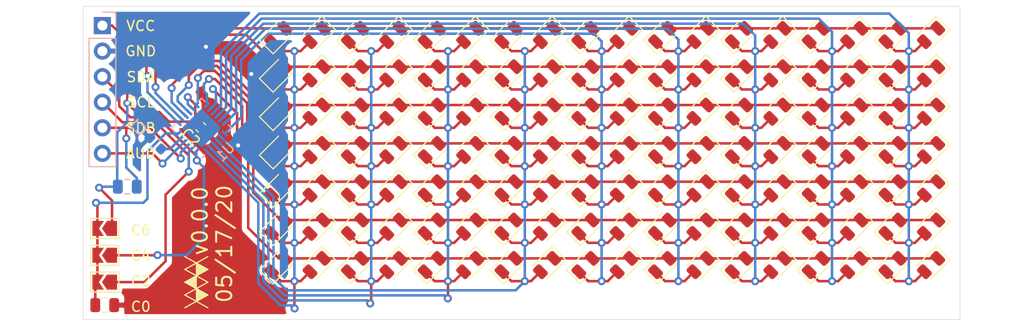
<source format=kicad_pcb>
(kicad_pcb (version 20171130) (host pcbnew "(5.1.2)-1")
  (layers (0 F.Cu signal) (31 B.Cu signal) (34 B.Paste user) (35 F.Paste user) (36 B.SilkS user) (37 F.SilkS user) (38 B.Mask user) (39 F.Mask user) (44 Edge.Cuts user))
  (net 0 "")
  (net 1 GND)
  (net 2 "Net-(C1-Pad1)")
  (net 3 VCC)
  (net 4 C9)
  (net 5 R1)
  (net 6 R2)
  (net 7 R3)
  (net 8 R4)
  (net 9 R5)
  (net 10 R6)
  (net 11 R7)
  (net 12 C8)
  (net 13 C7)
  (net 14 C6)
  (net 15 C5)
  (net 16 C4)
  (net 17 C3)
  (net 18 C2)
  (net 19 C1)
  (net 20 AUDIO)
  (net 21 SDB)
  (net 22 SCL)
  (net 23 SDA)
  (net 24 ADDRESS)
  (module Symbol:Logo_WM (layer F.Cu) (at 96.9518 97.8916 90)
    (fp_text reference REF** hide)
    (fp_text value Logo_WM)
  )
  (module Resistor_SMD:R_0805_2012Metric (layer B.Cu) (at 90.1 88.4 180)
    (fp_text reference R2 hide)
    (fp_text value 10kR)
    (pad 2 smd roundrect (at 0.9375 0 180) (size 0.975 1.4) (layers B.Cu B.Paste B.Mask) (net 3 VCC))
    (pad 1 smd roundrect (at -0.9375 0 180) (size 0.975 1.4) (layers B.Cu B.Paste B.Mask) (net 21 SDB))
  )
  (module LED_SMD:LED_0805_2012Metric (layer F.Cu) (at 169.849999 96.19 225)
    (fp_text reference D126 hide)
    (fp_text value LED)
    (pad 2 smd roundrect (at 0.9375 0 225) (size 0.975 1.4) (layers F.Cu F.Paste F.Mask) (net 4 C9))
    (pad 1 smd roundrect (at -0.9375 0 225) (size 0.975 1.4) (layers F.Cu F.Paste F.Mask) (net 11 R7))
  )
  (module LED_SMD:LED_0805_2012Metric (layer F.Cu) (at 169.849999 92.38 225)
    (fp_text reference D125 hide)
    (fp_text value LED)
    (pad 2 smd roundrect (at 0.9375 0 225) (size 0.975 1.4) (layers F.Cu F.Paste F.Mask) (net 4 C9))
    (pad 1 smd roundrect (at -0.9375 0 225) (size 0.975 1.4) (layers F.Cu F.Paste F.Mask) (net 10 R6))
  )
  (module LED_SMD:LED_0805_2012Metric (layer F.Cu) (at 169.849999 88.57 225)
    (fp_text reference D124 hide)
    (fp_text value LED)
    (pad 2 smd roundrect (at 0.9375 0 225) (size 0.975 1.4) (layers F.Cu F.Paste F.Mask) (net 4 C9))
    (pad 1 smd roundrect (at -0.9375 0 225) (size 0.975 1.4) (layers F.Cu F.Paste F.Mask) (net 9 R5))
  )
  (module LED_SMD:LED_0805_2012Metric (layer F.Cu) (at 169.849999 84.76 225)
    (fp_text reference D123 hide)
    (fp_text value LED)
    (pad 2 smd roundrect (at 0.9375 0 225) (size 0.975 1.4) (layers F.Cu F.Paste F.Mask) (net 4 C9))
    (pad 1 smd roundrect (at -0.9375 0 225) (size 0.975 1.4) (layers F.Cu F.Paste F.Mask) (net 8 R4))
  )
  (module LED_SMD:LED_0805_2012Metric (layer F.Cu) (at 169.849999 80.95 225)
    (fp_text reference D122 hide)
    (fp_text value LED)
    (pad 2 smd roundrect (at 0.9375 0 225) (size 0.975 1.4) (layers F.Cu F.Paste F.Mask) (net 4 C9))
    (pad 1 smd roundrect (at -0.9375 0 225) (size 0.975 1.4) (layers F.Cu F.Paste F.Mask) (net 7 R3))
  )
  (module LED_SMD:LED_0805_2012Metric (layer F.Cu) (at 169.849999 77.14 225)
    (fp_text reference D121 hide)
    (fp_text value LED)
    (pad 2 smd roundrect (at 0.9375 0 225) (size 0.975 1.4) (layers F.Cu F.Paste F.Mask) (net 4 C9))
    (pad 1 smd roundrect (at -0.9375 0 225) (size 0.975 1.4) (layers F.Cu F.Paste F.Mask) (net 6 R2))
  )
  (module LED_SMD:LED_0805_2012Metric (layer F.Cu) (at 166.04 96.19 45)
    (fp_text reference D119 hide)
    (fp_text value LED)
    (pad 2 smd roundrect (at 0.9375 0 45) (size 0.975 1.4) (layers F.Cu F.Paste F.Mask) (net 11 R7))
    (pad 1 smd roundrect (at -0.9375 0 45) (size 0.975 1.4) (layers F.Cu F.Paste F.Mask) (net 4 C9))
  )
  (module LED_SMD:LED_0805_2012Metric (layer F.Cu) (at 166.04 92.38 45)
    (fp_text reference D118 hide)
    (fp_text value LED)
    (pad 2 smd roundrect (at 0.9375 0 45) (size 0.975 1.4) (layers F.Cu F.Paste F.Mask) (net 10 R6))
    (pad 1 smd roundrect (at -0.9375 0 45) (size 0.975 1.4) (layers F.Cu F.Paste F.Mask) (net 4 C9))
  )
  (module LED_SMD:LED_0805_2012Metric (layer F.Cu) (at 166.04 88.57 45)
    (fp_text reference D117 hide)
    (fp_text value LED)
    (pad 2 smd roundrect (at 0.9375 0 45) (size 0.975 1.4) (layers F.Cu F.Paste F.Mask) (net 9 R5))
    (pad 1 smd roundrect (at -0.9375 0 45) (size 0.975 1.4) (layers F.Cu F.Paste F.Mask) (net 4 C9))
  )
  (module LED_SMD:LED_0805_2012Metric (layer F.Cu) (at 166.04 84.76 45)
    (fp_text reference D116 hide)
    (fp_text value LED)
    (pad 2 smd roundrect (at 0.9375 0 45) (size 0.975 1.4) (layers F.Cu F.Paste F.Mask) (net 8 R4))
    (pad 1 smd roundrect (at -0.9375 0 45) (size 0.975 1.4) (layers F.Cu F.Paste F.Mask) (net 4 C9))
  )
  (module LED_SMD:LED_0805_2012Metric (layer F.Cu) (at 166.04 80.95 45)
    (fp_text reference D115 hide)
    (fp_text value LED)
    (pad 2 smd roundrect (at 0.9375 0 45) (size 0.975 1.4) (layers F.Cu F.Paste F.Mask) (net 7 R3))
    (pad 1 smd roundrect (at -0.9375 0 45) (size 0.975 1.4) (layers F.Cu F.Paste F.Mask) (net 4 C9))
  )
  (module LED_SMD:LED_0805_2012Metric (layer F.Cu) (at 166.04 77.14 45)
    (fp_text reference D114 hide)
    (fp_text value LED)
    (pad 2 smd roundrect (at 0.9375 0 45) (size 0.975 1.4) (layers F.Cu F.Paste F.Mask) (net 6 R2))
    (pad 1 smd roundrect (at -0.9375 0 45) (size 0.975 1.4) (layers F.Cu F.Paste F.Mask) (net 4 C9))
  )
  (module LED_SMD:LED_0805_2012Metric (layer F.Cu) (at 162.23 96.19 225)
    (fp_text reference D112 hide)
    (fp_text value LED)
    (pad 2 smd roundrect (at 0.9375 0 225) (size 0.975 1.4) (layers F.Cu F.Paste F.Mask) (net 12 C8))
    (pad 1 smd roundrect (at -0.9375 0 225) (size 0.975 1.4) (layers F.Cu F.Paste F.Mask) (net 11 R7))
  )
  (module LED_SMD:LED_0805_2012Metric (layer F.Cu) (at 162.23 92.38 225)
    (fp_text reference D111 hide)
    (fp_text value LED)
    (pad 2 smd roundrect (at 0.9375 0 225) (size 0.975 1.4) (layers F.Cu F.Paste F.Mask) (net 12 C8))
    (pad 1 smd roundrect (at -0.9375 0 225) (size 0.975 1.4) (layers F.Cu F.Paste F.Mask) (net 10 R6))
  )
  (module LED_SMD:LED_0805_2012Metric (layer F.Cu) (at 162.23 88.57 225)
    (fp_text reference D110 hide)
    (fp_text value LED)
    (pad 2 smd roundrect (at 0.9375 0 225) (size 0.975 1.4) (layers F.Cu F.Paste F.Mask) (net 12 C8))
    (pad 1 smd roundrect (at -0.9375 0 225) (size 0.975 1.4) (layers F.Cu F.Paste F.Mask) (net 9 R5))
  )
  (module LED_SMD:LED_0805_2012Metric (layer F.Cu) (at 162.23 84.76 225)
    (fp_text reference D109 hide)
    (fp_text value LED)
    (pad 2 smd roundrect (at 0.9375 0 225) (size 0.975 1.4) (layers F.Cu F.Paste F.Mask) (net 12 C8))
    (pad 1 smd roundrect (at -0.9375 0 225) (size 0.975 1.4) (layers F.Cu F.Paste F.Mask) (net 8 R4))
  )
  (module LED_SMD:LED_0805_2012Metric (layer F.Cu) (at 162.23 80.95 225)
    (fp_text reference D108 hide)
    (fp_text value LED)
    (pad 2 smd roundrect (at 0.9375 0 225) (size 0.975 1.4) (layers F.Cu F.Paste F.Mask) (net 12 C8))
    (pad 1 smd roundrect (at -0.9375 0 225) (size 0.975 1.4) (layers F.Cu F.Paste F.Mask) (net 7 R3))
  )
  (module LED_SMD:LED_0805_2012Metric (layer F.Cu) (at 162.23 77.14 225)
    (fp_text reference D107 hide)
    (fp_text value LED)
    (pad 2 smd roundrect (at 0.9375 0 225) (size 0.975 1.4) (layers F.Cu F.Paste F.Mask) (net 12 C8))
    (pad 1 smd roundrect (at -0.9375 0 225) (size 0.975 1.4) (layers F.Cu F.Paste F.Mask) (net 6 R2))
  )
  (module LED_SMD:LED_0805_2012Metric (layer F.Cu) (at 158.42 96.19 45)
    (fp_text reference D105 hide)
    (fp_text value LED)
    (pad 2 smd roundrect (at 0.9375 0 45) (size 0.975 1.4) (layers F.Cu F.Paste F.Mask) (net 11 R7))
    (pad 1 smd roundrect (at -0.9375 0 45) (size 0.975 1.4) (layers F.Cu F.Paste F.Mask) (net 12 C8))
  )
  (module LED_SMD:LED_0805_2012Metric (layer F.Cu) (at 158.42 92.38 45)
    (fp_text reference D104 hide)
    (fp_text value LED)
    (pad 2 smd roundrect (at 0.9375 0 45) (size 0.975 1.4) (layers F.Cu F.Paste F.Mask) (net 10 R6))
    (pad 1 smd roundrect (at -0.9375 0 45) (size 0.975 1.4) (layers F.Cu F.Paste F.Mask) (net 12 C8))
  )
  (module LED_SMD:LED_0805_2012Metric (layer F.Cu) (at 158.42 88.57 45)
    (fp_text reference D103 hide)
    (fp_text value LED)
    (pad 2 smd roundrect (at 0.9375 0 45) (size 0.975 1.4) (layers F.Cu F.Paste F.Mask) (net 9 R5))
    (pad 1 smd roundrect (at -0.9375 0 45) (size 0.975 1.4) (layers F.Cu F.Paste F.Mask) (net 12 C8))
  )
  (module LED_SMD:LED_0805_2012Metric (layer F.Cu) (at 158.42 84.76 45)
    (fp_text reference D102 hide)
    (fp_text value LED)
    (pad 2 smd roundrect (at 0.9375 0 45) (size 0.975 1.4) (layers F.Cu F.Paste F.Mask) (net 8 R4))
    (pad 1 smd roundrect (at -0.9375 0 45) (size 0.975 1.4) (layers F.Cu F.Paste F.Mask) (net 12 C8))
  )
  (module LED_SMD:LED_0805_2012Metric (layer F.Cu) (at 158.42 80.95 45)
    (fp_text reference D101 hide)
    (fp_text value LED)
    (pad 2 smd roundrect (at 0.9375 0 45) (size 0.975 1.4) (layers F.Cu F.Paste F.Mask) (net 7 R3))
    (pad 1 smd roundrect (at -0.9375 0 45) (size 0.975 1.4) (layers F.Cu F.Paste F.Mask) (net 12 C8))
  )
  (module LED_SMD:LED_0805_2012Metric (layer F.Cu) (at 158.42 77.14 45)
    (fp_text reference D100 hide)
    (fp_text value LED)
    (pad 2 smd roundrect (at 0.9375 0 45) (size 0.975 1.4) (layers F.Cu F.Paste F.Mask) (net 6 R2))
    (pad 1 smd roundrect (at -0.9375 0 45) (size 0.975 1.4) (layers F.Cu F.Paste F.Mask) (net 12 C8))
  )
  (module LED_SMD:LED_0805_2012Metric (layer F.Cu) (at 154.61 96.19 225)
    (fp_text reference D98 hide)
    (fp_text value LED)
    (pad 2 smd roundrect (at 0.9375 0 225) (size 0.975 1.4) (layers F.Cu F.Paste F.Mask) (net 13 C7))
    (pad 1 smd roundrect (at -0.9375 0 225) (size 0.975 1.4) (layers F.Cu F.Paste F.Mask) (net 11 R7))
  )
  (module LED_SMD:LED_0805_2012Metric (layer F.Cu) (at 154.61 92.38 225)
    (fp_text reference D97 hide)
    (fp_text value LED)
    (pad 2 smd roundrect (at 0.9375 0 225) (size 0.975 1.4) (layers F.Cu F.Paste F.Mask) (net 13 C7))
    (pad 1 smd roundrect (at -0.9375 0 225) (size 0.975 1.4) (layers F.Cu F.Paste F.Mask) (net 10 R6))
  )
  (module LED_SMD:LED_0805_2012Metric (layer F.Cu) (at 154.61 88.57 225)
    (fp_text reference D96 hide)
    (fp_text value LED)
    (pad 2 smd roundrect (at 0.9375 0 225) (size 0.975 1.4) (layers F.Cu F.Paste F.Mask) (net 13 C7))
    (pad 1 smd roundrect (at -0.9375 0 225) (size 0.975 1.4) (layers F.Cu F.Paste F.Mask) (net 9 R5))
  )
  (module LED_SMD:LED_0805_2012Metric (layer F.Cu) (at 154.61 84.76 225)
    (fp_text reference D95 hide)
    (fp_text value LED)
    (pad 2 smd roundrect (at 0.9375 0 225) (size 0.975 1.4) (layers F.Cu F.Paste F.Mask) (net 13 C7))
    (pad 1 smd roundrect (at -0.9375 0 225) (size 0.975 1.4) (layers F.Cu F.Paste F.Mask) (net 8 R4))
  )
  (module LED_SMD:LED_0805_2012Metric (layer F.Cu) (at 154.61 80.95 225)
    (fp_text reference D94 hide)
    (fp_text value LED)
    (pad 2 smd roundrect (at 0.9375 0 225) (size 0.975 1.4) (layers F.Cu F.Paste F.Mask) (net 13 C7))
    (pad 1 smd roundrect (at -0.9375 0 225) (size 0.975 1.4) (layers F.Cu F.Paste F.Mask) (net 7 R3))
  )
  (module LED_SMD:LED_0805_2012Metric (layer F.Cu) (at 154.61 77.14 225)
    (fp_text reference D93 hide)
    (fp_text value LED)
    (pad 2 smd roundrect (at 0.9375 0 225) (size 0.975 1.4) (layers F.Cu F.Paste F.Mask) (net 13 C7))
    (pad 1 smd roundrect (at -0.9375 0 225) (size 0.975 1.4) (layers F.Cu F.Paste F.Mask) (net 6 R2))
  )
  (module LED_SMD:LED_0805_2012Metric (layer F.Cu) (at 150.8 96.19 45)
    (fp_text reference D91 hide)
    (fp_text value LED)
    (pad 2 smd roundrect (at 0.9375 0 45) (size 0.975 1.4) (layers F.Cu F.Paste F.Mask) (net 11 R7))
    (pad 1 smd roundrect (at -0.9375 0 45) (size 0.975 1.4) (layers F.Cu F.Paste F.Mask) (net 13 C7))
  )
  (module LED_SMD:LED_0805_2012Metric (layer F.Cu) (at 150.8 92.38 45)
    (fp_text reference D90 hide)
    (fp_text value LED)
    (pad 2 smd roundrect (at 0.9375 0 45) (size 0.975 1.4) (layers F.Cu F.Paste F.Mask) (net 10 R6))
    (pad 1 smd roundrect (at -0.9375 0 45) (size 0.975 1.4) (layers F.Cu F.Paste F.Mask) (net 13 C7))
  )
  (module LED_SMD:LED_0805_2012Metric (layer F.Cu) (at 150.8 88.57 45)
    (fp_text reference D89 hide)
    (fp_text value LED)
    (pad 2 smd roundrect (at 0.9375 0 45) (size 0.975 1.4) (layers F.Cu F.Paste F.Mask) (net 9 R5))
    (pad 1 smd roundrect (at -0.9375 0 45) (size 0.975 1.4) (layers F.Cu F.Paste F.Mask) (net 13 C7))
  )
  (module LED_SMD:LED_0805_2012Metric (layer F.Cu) (at 150.8 84.76 45)
    (fp_text reference D88 hide)
    (fp_text value LED)
    (pad 2 smd roundrect (at 0.9375 0 45) (size 0.975 1.4) (layers F.Cu F.Paste F.Mask) (net 8 R4))
    (pad 1 smd roundrect (at -0.9375 0 45) (size 0.975 1.4) (layers F.Cu F.Paste F.Mask) (net 13 C7))
  )
  (module LED_SMD:LED_0805_2012Metric (layer F.Cu) (at 150.8 80.95 45)
    (fp_text reference D87 hide)
    (fp_text value LED)
    (pad 2 smd roundrect (at 0.9375 0 45) (size 0.975 1.4) (layers F.Cu F.Paste F.Mask) (net 7 R3))
    (pad 1 smd roundrect (at -0.9375 0 45) (size 0.975 1.4) (layers F.Cu F.Paste F.Mask) (net 13 C7))
  )
  (module LED_SMD:LED_0805_2012Metric (layer F.Cu) (at 150.8 77.14 45)
    (fp_text reference D86 hide)
    (fp_text value LED)
    (pad 2 smd roundrect (at 0.9375 0 45) (size 0.975 1.4) (layers F.Cu F.Paste F.Mask) (net 6 R2))
    (pad 1 smd roundrect (at -0.9375 0 45) (size 0.975 1.4) (layers F.Cu F.Paste F.Mask) (net 13 C7))
  )
  (module LED_SMD:LED_0805_2012Metric (layer F.Cu) (at 146.99 96.19 225)
    (fp_text reference D84 hide)
    (fp_text value LED)
    (pad 2 smd roundrect (at 0.9375 0 225) (size 0.975 1.4) (layers F.Cu F.Paste F.Mask) (net 14 C6))
    (pad 1 smd roundrect (at -0.9375 0 225) (size 0.975 1.4) (layers F.Cu F.Paste F.Mask) (net 11 R7))
  )
  (module LED_SMD:LED_0805_2012Metric (layer F.Cu) (at 146.99 92.38 225)
    (fp_text reference D83 hide)
    (fp_text value LED)
    (pad 2 smd roundrect (at 0.9375 0 225) (size 0.975 1.4) (layers F.Cu F.Paste F.Mask) (net 14 C6))
    (pad 1 smd roundrect (at -0.9375 0 225) (size 0.975 1.4) (layers F.Cu F.Paste F.Mask) (net 10 R6))
  )
  (module LED_SMD:LED_0805_2012Metric (layer F.Cu) (at 146.99 88.57 225)
    (fp_text reference D82 hide)
    (fp_text value LED)
    (pad 2 smd roundrect (at 0.9375 0 225) (size 0.975 1.4) (layers F.Cu F.Paste F.Mask) (net 14 C6))
    (pad 1 smd roundrect (at -0.9375 0 225) (size 0.975 1.4) (layers F.Cu F.Paste F.Mask) (net 9 R5))
  )
  (module LED_SMD:LED_0805_2012Metric (layer F.Cu) (at 146.99 84.76 225)
    (fp_text reference D81 hide)
    (fp_text value LED)
    (pad 2 smd roundrect (at 0.9375 0 225) (size 0.975 1.4) (layers F.Cu F.Paste F.Mask) (net 14 C6))
    (pad 1 smd roundrect (at -0.9375 0 225) (size 0.975 1.4) (layers F.Cu F.Paste F.Mask) (net 8 R4))
  )
  (module LED_SMD:LED_0805_2012Metric (layer F.Cu) (at 146.99 80.95 225)
    (fp_text reference D80 hide)
    (fp_text value LED)
    (pad 2 smd roundrect (at 0.9375 0 225) (size 0.975 1.4) (layers F.Cu F.Paste F.Mask) (net 14 C6))
    (pad 1 smd roundrect (at -0.9375 0 225) (size 0.975 1.4) (layers F.Cu F.Paste F.Mask) (net 7 R3))
  )
  (module LED_SMD:LED_0805_2012Metric (layer F.Cu) (at 146.99 77.14 225)
    (fp_text reference D79 hide)
    (fp_text value LED)
    (pad 2 smd roundrect (at 0.9375 0 225) (size 0.975 1.4) (layers F.Cu F.Paste F.Mask) (net 14 C6))
    (pad 1 smd roundrect (at -0.9375 0 225) (size 0.975 1.4) (layers F.Cu F.Paste F.Mask) (net 6 R2))
  )
  (module LED_SMD:LED_0805_2012Metric (layer F.Cu) (at 143.18 96.19 45)
    (fp_text reference D77 hide)
    (fp_text value LED)
    (pad 2 smd roundrect (at 0.9375 0 45) (size 0.975 1.4) (layers F.Cu F.Paste F.Mask) (net 11 R7))
    (pad 1 smd roundrect (at -0.9375 0 45) (size 0.975 1.4) (layers F.Cu F.Paste F.Mask) (net 14 C6))
  )
  (module LED_SMD:LED_0805_2012Metric (layer F.Cu) (at 143.18 92.38 45)
    (fp_text reference D76 hide)
    (fp_text value LED)
    (pad 2 smd roundrect (at 0.9375 0 45) (size 0.975 1.4) (layers F.Cu F.Paste F.Mask) (net 10 R6))
    (pad 1 smd roundrect (at -0.9375 0 45) (size 0.975 1.4) (layers F.Cu F.Paste F.Mask) (net 14 C6))
  )
  (module LED_SMD:LED_0805_2012Metric (layer F.Cu) (at 143.18 88.57 45)
    (fp_text reference D75 hide)
    (fp_text value LED)
    (pad 2 smd roundrect (at 0.9375 0 45) (size 0.975 1.4) (layers F.Cu F.Paste F.Mask) (net 9 R5))
    (pad 1 smd roundrect (at -0.9375 0 45) (size 0.975 1.4) (layers F.Cu F.Paste F.Mask) (net 14 C6))
  )
  (module LED_SMD:LED_0805_2012Metric (layer F.Cu) (at 143.18 84.76 45)
    (fp_text reference D74 hide)
    (fp_text value LED)
    (pad 2 smd roundrect (at 0.9375 0 45) (size 0.975 1.4) (layers F.Cu F.Paste F.Mask) (net 8 R4))
    (pad 1 smd roundrect (at -0.9375 0 45) (size 0.975 1.4) (layers F.Cu F.Paste F.Mask) (net 14 C6))
  )
  (module LED_SMD:LED_0805_2012Metric (layer F.Cu) (at 143.18 80.95 45)
    (fp_text reference D73 hide)
    (fp_text value LED)
    (pad 2 smd roundrect (at 0.9375 0 45) (size 0.975 1.4) (layers F.Cu F.Paste F.Mask) (net 7 R3))
    (pad 1 smd roundrect (at -0.9375 0 45) (size 0.975 1.4) (layers F.Cu F.Paste F.Mask) (net 14 C6))
  )
  (module LED_SMD:LED_0805_2012Metric (layer F.Cu) (at 143.18 77.14 45)
    (fp_text reference D72 hide)
    (fp_text value LED)
    (pad 2 smd roundrect (at 0.9375 0 45) (size 0.975 1.4) (layers F.Cu F.Paste F.Mask) (net 6 R2))
    (pad 1 smd roundrect (at -0.9375 0 45) (size 0.975 1.4) (layers F.Cu F.Paste F.Mask) (net 14 C6))
  )
  (module LED_SMD:LED_0805_2012Metric (layer F.Cu) (at 139.37 96.19 225)
    (fp_text reference D70 hide)
    (fp_text value LED)
    (pad 2 smd roundrect (at 0.9375 0 225) (size 0.975 1.4) (layers F.Cu F.Paste F.Mask) (net 15 C5))
    (pad 1 smd roundrect (at -0.9375 0 225) (size 0.975 1.4) (layers F.Cu F.Paste F.Mask) (net 11 R7))
  )
  (module LED_SMD:LED_0805_2012Metric (layer F.Cu) (at 139.37 92.38 225)
    (fp_text reference D69 hide)
    (fp_text value LED)
    (pad 2 smd roundrect (at 0.9375 0 225) (size 0.975 1.4) (layers F.Cu F.Paste F.Mask) (net 15 C5))
    (pad 1 smd roundrect (at -0.9375 0 225) (size 0.975 1.4) (layers F.Cu F.Paste F.Mask) (net 10 R6))
  )
  (module LED_SMD:LED_0805_2012Metric (layer F.Cu) (at 139.37 88.57 225)
    (fp_text reference D68 hide)
    (fp_text value LED)
    (pad 2 smd roundrect (at 0.9375 0 225) (size 0.975 1.4) (layers F.Cu F.Paste F.Mask) (net 15 C5))
    (pad 1 smd roundrect (at -0.9375 0 225) (size 0.975 1.4) (layers F.Cu F.Paste F.Mask) (net 9 R5))
  )
  (module LED_SMD:LED_0805_2012Metric (layer F.Cu) (at 139.37 84.76 225)
    (fp_text reference D67 hide)
    (fp_text value LED)
    (pad 2 smd roundrect (at 0.9375 0 225) (size 0.975 1.4) (layers F.Cu F.Paste F.Mask) (net 15 C5))
    (pad 1 smd roundrect (at -0.9375 0 225) (size 0.975 1.4) (layers F.Cu F.Paste F.Mask) (net 8 R4))
  )
  (module LED_SMD:LED_0805_2012Metric (layer F.Cu) (at 139.37 80.95 225)
    (fp_text reference D66 hide)
    (fp_text value LED)
    (pad 2 smd roundrect (at 0.9375 0 225) (size 0.975 1.4) (layers F.Cu F.Paste F.Mask) (net 15 C5))
    (pad 1 smd roundrect (at -0.9375 0 225) (size 0.975 1.4) (layers F.Cu F.Paste F.Mask) (net 7 R3))
  )
  (module LED_SMD:LED_0805_2012Metric (layer F.Cu) (at 139.37 77.14 225)
    (fp_text reference D65 hide)
    (fp_text value LED)
    (pad 2 smd roundrect (at 0.9375 0 225) (size 0.975 1.4) (layers F.Cu F.Paste F.Mask) (net 15 C5))
    (pad 1 smd roundrect (at -0.9375 0 225) (size 0.975 1.4) (layers F.Cu F.Paste F.Mask) (net 6 R2))
  )
  (module LED_SMD:LED_0805_2012Metric (layer F.Cu) (at 135.559999 96.19 45)
    (fp_text reference D63 hide)
    (fp_text value LED)
    (pad 2 smd roundrect (at 0.9375 0 45) (size 0.975 1.4) (layers F.Cu F.Paste F.Mask) (net 11 R7))
    (pad 1 smd roundrect (at -0.9375 0 45) (size 0.975 1.4) (layers F.Cu F.Paste F.Mask) (net 15 C5))
  )
  (module LED_SMD:LED_0805_2012Metric (layer F.Cu) (at 135.559999 92.38 45)
    (fp_text reference D62 hide)
    (fp_text value LED)
    (pad 2 smd roundrect (at 0.9375 0 45) (size 0.975 1.4) (layers F.Cu F.Paste F.Mask) (net 10 R6))
    (pad 1 smd roundrect (at -0.9375 0 45) (size 0.975 1.4) (layers F.Cu F.Paste F.Mask) (net 15 C5))
  )
  (module LED_SMD:LED_0805_2012Metric (layer F.Cu) (at 135.559999 88.57 45)
    (fp_text reference D61 hide)
    (fp_text value LED)
    (pad 2 smd roundrect (at 0.9375 0 45) (size 0.975 1.4) (layers F.Cu F.Paste F.Mask) (net 9 R5))
    (pad 1 smd roundrect (at -0.9375 0 45) (size 0.975 1.4) (layers F.Cu F.Paste F.Mask) (net 15 C5))
  )
  (module LED_SMD:LED_0805_2012Metric (layer F.Cu) (at 135.559999 84.76 45)
    (fp_text reference D60 hide)
    (fp_text value LED)
    (pad 2 smd roundrect (at 0.9375 0 45) (size 0.975 1.4) (layers F.Cu F.Paste F.Mask) (net 8 R4))
    (pad 1 smd roundrect (at -0.9375 0 45) (size 0.975 1.4) (layers F.Cu F.Paste F.Mask) (net 15 C5))
  )
  (module LED_SMD:LED_0805_2012Metric (layer F.Cu) (at 135.559999 80.95 45)
    (fp_text reference D59 hide)
    (fp_text value LED)
    (pad 2 smd roundrect (at 0.9375 0 45) (size 0.975 1.4) (layers F.Cu F.Paste F.Mask) (net 7 R3))
    (pad 1 smd roundrect (at -0.9375 0 45) (size 0.975 1.4) (layers F.Cu F.Paste F.Mask) (net 15 C5))
  )
  (module LED_SMD:LED_0805_2012Metric (layer F.Cu) (at 135.559999 77.14 45)
    (fp_text reference D58 hide)
    (fp_text value LED)
    (pad 2 smd roundrect (at 0.9375 0 45) (size 0.975 1.4) (layers F.Cu F.Paste F.Mask) (net 6 R2))
    (pad 1 smd roundrect (at -0.9375 0 45) (size 0.975 1.4) (layers F.Cu F.Paste F.Mask) (net 15 C5))
  )
  (module LED_SMD:LED_0805_2012Metric (layer F.Cu) (at 131.75 96.19 225)
    (fp_text reference D56 hide)
    (fp_text value LED)
    (pad 2 smd roundrect (at 0.9375 0 225) (size 0.975 1.4) (layers F.Cu F.Paste F.Mask) (net 16 C4))
    (pad 1 smd roundrect (at -0.9375 0 225) (size 0.975 1.4) (layers F.Cu F.Paste F.Mask) (net 11 R7))
  )
  (module LED_SMD:LED_0805_2012Metric (layer F.Cu) (at 131.75 92.38 225)
    (fp_text reference D55 hide)
    (fp_text value LED)
    (pad 2 smd roundrect (at 0.9375 0 225) (size 0.975 1.4) (layers F.Cu F.Paste F.Mask) (net 16 C4))
    (pad 1 smd roundrect (at -0.9375 0 225) (size 0.975 1.4) (layers F.Cu F.Paste F.Mask) (net 10 R6))
  )
  (module LED_SMD:LED_0805_2012Metric (layer F.Cu) (at 131.75 88.57 225)
    (fp_text reference D54 hide)
    (fp_text value LED)
    (pad 2 smd roundrect (at 0.9375 0 225) (size 0.975 1.4) (layers F.Cu F.Paste F.Mask) (net 16 C4))
    (pad 1 smd roundrect (at -0.9375 0 225) (size 0.975 1.4) (layers F.Cu F.Paste F.Mask) (net 9 R5))
  )
  (module LED_SMD:LED_0805_2012Metric (layer F.Cu) (at 131.75 84.76 225)
    (fp_text reference D53 hide)
    (fp_text value LED)
    (pad 2 smd roundrect (at 0.9375 0 225) (size 0.975 1.4) (layers F.Cu F.Paste F.Mask) (net 16 C4))
    (pad 1 smd roundrect (at -0.9375 0 225) (size 0.975 1.4) (layers F.Cu F.Paste F.Mask) (net 8 R4))
  )
  (module LED_SMD:LED_0805_2012Metric (layer F.Cu) (at 131.75 80.95 225)
    (fp_text reference D52 hide)
    (fp_text value LED)
    (pad 2 smd roundrect (at 0.9375 0 225) (size 0.975 1.4) (layers F.Cu F.Paste F.Mask) (net 16 C4))
    (pad 1 smd roundrect (at -0.9375 0 225) (size 0.975 1.4) (layers F.Cu F.Paste F.Mask) (net 7 R3))
  )
  (module LED_SMD:LED_0805_2012Metric (layer F.Cu) (at 131.75 77.14 225)
    (fp_text reference D51 hide)
    (fp_text value LED)
    (pad 2 smd roundrect (at 0.9375 0 225) (size 0.975 1.4) (layers F.Cu F.Paste F.Mask) (net 16 C4))
    (pad 1 smd roundrect (at -0.9375 0 225) (size 0.975 1.4) (layers F.Cu F.Paste F.Mask) (net 6 R2))
  )
  (module LED_SMD:LED_0805_2012Metric (layer F.Cu) (at 127.94 96.19 45)
    (fp_text reference D49 hide)
    (fp_text value LED)
    (pad 2 smd roundrect (at 0.9375 0 45) (size 0.975 1.4) (layers F.Cu F.Paste F.Mask) (net 11 R7))
    (pad 1 smd roundrect (at -0.9375 0 45) (size 0.975 1.4) (layers F.Cu F.Paste F.Mask) (net 16 C4))
  )
  (module LED_SMD:LED_0805_2012Metric (layer F.Cu) (at 127.94 92.38 45)
    (fp_text reference D48 hide)
    (fp_text value LED)
    (pad 2 smd roundrect (at 0.9375 0 45) (size 0.975 1.4) (layers F.Cu F.Paste F.Mask) (net 10 R6))
    (pad 1 smd roundrect (at -0.9375 0 45) (size 0.975 1.4) (layers F.Cu F.Paste F.Mask) (net 16 C4))
  )
  (module LED_SMD:LED_0805_2012Metric (layer F.Cu) (at 127.94 88.57 45)
    (fp_text reference D47 hide)
    (fp_text value LED)
    (pad 2 smd roundrect (at 0.9375 0 45) (size 0.975 1.4) (layers F.Cu F.Paste F.Mask) (net 9 R5))
    (pad 1 smd roundrect (at -0.9375 0 45) (size 0.975 1.4) (layers F.Cu F.Paste F.Mask) (net 16 C4))
  )
  (module LED_SMD:LED_0805_2012Metric (layer F.Cu) (at 127.94 84.76 45)
    (fp_text reference D46 hide)
    (fp_text value LED)
    (pad 2 smd roundrect (at 0.9375 0 45) (size 0.975 1.4) (layers F.Cu F.Paste F.Mask) (net 8 R4))
    (pad 1 smd roundrect (at -0.9375 0 45) (size 0.975 1.4) (layers F.Cu F.Paste F.Mask) (net 16 C4))
  )
  (module LED_SMD:LED_0805_2012Metric (layer F.Cu) (at 127.94 80.95 45)
    (fp_text reference D45 hide)
    (fp_text value LED)
    (pad 2 smd roundrect (at 0.9375 0 45) (size 0.975 1.4) (layers F.Cu F.Paste F.Mask) (net 7 R3))
    (pad 1 smd roundrect (at -0.9375 0 45) (size 0.975 1.4) (layers F.Cu F.Paste F.Mask) (net 16 C4))
  )
  (module LED_SMD:LED_0805_2012Metric (layer F.Cu) (at 127.94 77.14 45)
    (fp_text reference D44 hide)
    (fp_text value LED)
    (pad 2 smd roundrect (at 0.9375 0 45) (size 0.975 1.4) (layers F.Cu F.Paste F.Mask) (net 6 R2))
    (pad 1 smd roundrect (at -0.9375 0 45) (size 0.975 1.4) (layers F.Cu F.Paste F.Mask) (net 16 C4))
  )
  (module LED_SMD:LED_0805_2012Metric (layer F.Cu) (at 124.13 96.19 225)
    (fp_text reference D42 hide)
    (fp_text value LED)
    (pad 2 smd roundrect (at 0.9375 0 225) (size 0.975 1.4) (layers F.Cu F.Paste F.Mask) (net 17 C3))
    (pad 1 smd roundrect (at -0.9375 0 225) (size 0.975 1.4) (layers F.Cu F.Paste F.Mask) (net 11 R7))
  )
  (module LED_SMD:LED_0805_2012Metric (layer F.Cu) (at 124.13 92.38 225)
    (fp_text reference D41 hide)
    (fp_text value LED)
    (pad 2 smd roundrect (at 0.9375 0 225) (size 0.975 1.4) (layers F.Cu F.Paste F.Mask) (net 17 C3))
    (pad 1 smd roundrect (at -0.9375 0 225) (size 0.975 1.4) (layers F.Cu F.Paste F.Mask) (net 10 R6))
  )
  (module LED_SMD:LED_0805_2012Metric (layer F.Cu) (at 124.13 88.57 225)
    (fp_text reference D40 hide)
    (fp_text value LED)
    (pad 2 smd roundrect (at 0.9375 0 225) (size 0.975 1.4) (layers F.Cu F.Paste F.Mask) (net 17 C3))
    (pad 1 smd roundrect (at -0.9375 0 225) (size 0.975 1.4) (layers F.Cu F.Paste F.Mask) (net 9 R5))
  )
  (module LED_SMD:LED_0805_2012Metric (layer F.Cu) (at 124.13 84.76 225)
    (fp_text reference D39 hide)
    (fp_text value LED)
    (pad 2 smd roundrect (at 0.9375 0 225) (size 0.975 1.4) (layers F.Cu F.Paste F.Mask) (net 17 C3))
    (pad 1 smd roundrect (at -0.9375 0 225) (size 0.975 1.4) (layers F.Cu F.Paste F.Mask) (net 8 R4))
  )
  (module LED_SMD:LED_0805_2012Metric (layer F.Cu) (at 124.13 80.95 225)
    (fp_text reference D38 hide)
    (fp_text value LED)
    (pad 2 smd roundrect (at 0.9375 0 225) (size 0.975 1.4) (layers F.Cu F.Paste F.Mask) (net 17 C3))
    (pad 1 smd roundrect (at -0.9375 0 225) (size 0.975 1.4) (layers F.Cu F.Paste F.Mask) (net 7 R3))
  )
  (module LED_SMD:LED_0805_2012Metric (layer F.Cu) (at 124.13 77.14 225)
    (fp_text reference D37 hide)
    (fp_text value LED)
    (pad 2 smd roundrect (at 0.9375 0 225) (size 0.975 1.4) (layers F.Cu F.Paste F.Mask) (net 17 C3))
    (pad 1 smd roundrect (at -0.9375 0 225) (size 0.975 1.4) (layers F.Cu F.Paste F.Mask) (net 6 R2))
  )
  (module LED_SMD:LED_0805_2012Metric (layer F.Cu) (at 120.32 96.19 45)
    (fp_text reference D35 hide)
    (fp_text value LED)
    (pad 2 smd roundrect (at 0.9375 0 45) (size 0.975 1.4) (layers F.Cu F.Paste F.Mask) (net 11 R7))
    (pad 1 smd roundrect (at -0.9375 0 45) (size 0.975 1.4) (layers F.Cu F.Paste F.Mask) (net 17 C3))
  )
  (module LED_SMD:LED_0805_2012Metric (layer F.Cu) (at 120.32 92.38 45)
    (fp_text reference D34 hide)
    (fp_text value LED)
    (pad 2 smd roundrect (at 0.9375 0 45) (size 0.975 1.4) (layers F.Cu F.Paste F.Mask) (net 10 R6))
    (pad 1 smd roundrect (at -0.9375 0 45) (size 0.975 1.4) (layers F.Cu F.Paste F.Mask) (net 17 C3))
  )
  (module LED_SMD:LED_0805_2012Metric (layer F.Cu) (at 120.32 88.57 45)
    (fp_text reference D33 hide)
    (fp_text value LED)
    (pad 2 smd roundrect (at 0.9375 0 45) (size 0.975 1.4) (layers F.Cu F.Paste F.Mask) (net 9 R5))
    (pad 1 smd roundrect (at -0.9375 0 45) (size 0.975 1.4) (layers F.Cu F.Paste F.Mask) (net 17 C3))
  )
  (module LED_SMD:LED_0805_2012Metric (layer F.Cu) (at 120.32 84.76 45)
    (fp_text reference D32 hide)
    (fp_text value LED)
    (pad 2 smd roundrect (at 0.9375 0 45) (size 0.975 1.4) (layers F.Cu F.Paste F.Mask) (net 8 R4))
    (pad 1 smd roundrect (at -0.9375 0 45) (size 0.975 1.4) (layers F.Cu F.Paste F.Mask) (net 17 C3))
  )
  (module LED_SMD:LED_0805_2012Metric (layer F.Cu) (at 120.32 80.95 45)
    (fp_text reference D31 hide)
    (fp_text value LED)
    (pad 2 smd roundrect (at 0.9375 0 45) (size 0.975 1.4) (layers F.Cu F.Paste F.Mask) (net 7 R3))
    (pad 1 smd roundrect (at -0.9375 0 45) (size 0.975 1.4) (layers F.Cu F.Paste F.Mask) (net 17 C3))
  )
  (module LED_SMD:LED_0805_2012Metric (layer F.Cu) (at 120.32 77.14 45)
    (fp_text reference D30 hide)
    (fp_text value LED)
    (pad 2 smd roundrect (at 0.9375 0 45) (size 0.975 1.4) (layers F.Cu F.Paste F.Mask) (net 6 R2))
    (pad 1 smd roundrect (at -0.9375 0 45) (size 0.975 1.4) (layers F.Cu F.Paste F.Mask) (net 17 C3))
  )
  (module LED_SMD:LED_0805_2012Metric (layer F.Cu) (at 116.51 96.19 225)
    (fp_text reference D28 hide)
    (fp_text value LED)
    (pad 2 smd roundrect (at 0.9375 0 225) (size 0.975 1.4) (layers F.Cu F.Paste F.Mask) (net 18 C2))
    (pad 1 smd roundrect (at -0.9375 0 225) (size 0.975 1.4) (layers F.Cu F.Paste F.Mask) (net 11 R7))
  )
  (module LED_SMD:LED_0805_2012Metric (layer F.Cu) (at 116.51 92.38 225)
    (fp_text reference D27 hide)
    (fp_text value LED)
    (pad 2 smd roundrect (at 0.9375 0 225) (size 0.975 1.4) (layers F.Cu F.Paste F.Mask) (net 18 C2))
    (pad 1 smd roundrect (at -0.9375 0 225) (size 0.975 1.4) (layers F.Cu F.Paste F.Mask) (net 10 R6))
  )
  (module LED_SMD:LED_0805_2012Metric (layer F.Cu) (at 116.51 88.57 225)
    (fp_text reference D26 hide)
    (fp_text value LED)
    (pad 2 smd roundrect (at 0.9375 0 225) (size 0.975 1.4) (layers F.Cu F.Paste F.Mask) (net 18 C2))
    (pad 1 smd roundrect (at -0.9375 0 225) (size 0.975 1.4) (layers F.Cu F.Paste F.Mask) (net 9 R5))
  )
  (module LED_SMD:LED_0805_2012Metric (layer F.Cu) (at 116.51 84.76 225)
    (fp_text reference D25 hide)
    (fp_text value LED)
    (pad 2 smd roundrect (at 0.9375 0 225) (size 0.975 1.4) (layers F.Cu F.Paste F.Mask) (net 18 C2))
    (pad 1 smd roundrect (at -0.9375 0 225) (size 0.975 1.4) (layers F.Cu F.Paste F.Mask) (net 8 R4))
  )
  (module LED_SMD:LED_0805_2012Metric (layer F.Cu) (at 116.51 80.95 225)
    (fp_text reference D24 hide)
    (fp_text value LED)
    (pad 2 smd roundrect (at 0.9375 0 225) (size 0.975 1.4) (layers F.Cu F.Paste F.Mask) (net 18 C2))
    (pad 1 smd roundrect (at -0.9375 0 225) (size 0.975 1.4) (layers F.Cu F.Paste F.Mask) (net 7 R3))
  )
  (module LED_SMD:LED_0805_2012Metric (layer F.Cu) (at 116.51 77.14 225)
    (fp_text reference D23 hide)
    (fp_text value LED)
    (pad 2 smd roundrect (at 0.9375 0 225) (size 0.975 1.4) (layers F.Cu F.Paste F.Mask) (net 18 C2))
    (pad 1 smd roundrect (at -0.9375 0 225) (size 0.975 1.4) (layers F.Cu F.Paste F.Mask) (net 6 R2))
  )
  (module LED_SMD:LED_0805_2012Metric (layer F.Cu) (at 112.7 96.19 45)
    (fp_text reference D21 hide)
    (fp_text value LED)
    (pad 2 smd roundrect (at 0.9375 0 45) (size 0.975 1.4) (layers F.Cu F.Paste F.Mask) (net 11 R7))
    (pad 1 smd roundrect (at -0.9375 0 45) (size 0.975 1.4) (layers F.Cu F.Paste F.Mask) (net 18 C2))
  )
  (module LED_SMD:LED_0805_2012Metric (layer F.Cu) (at 112.7 92.38 45)
    (fp_text reference D20 hide)
    (fp_text value LED)
    (pad 2 smd roundrect (at 0.9375 0 45) (size 0.975 1.4) (layers F.Cu F.Paste F.Mask) (net 10 R6))
    (pad 1 smd roundrect (at -0.9375 0 45) (size 0.975 1.4) (layers F.Cu F.Paste F.Mask) (net 18 C2))
  )
  (module LED_SMD:LED_0805_2012Metric (layer F.Cu) (at 112.7 88.57 45)
    (fp_text reference D19 hide)
    (fp_text value LED)
    (pad 2 smd roundrect (at 0.9375 0 45) (size 0.975 1.4) (layers F.Cu F.Paste F.Mask) (net 9 R5))
    (pad 1 smd roundrect (at -0.9375 0 45) (size 0.975 1.4) (layers F.Cu F.Paste F.Mask) (net 18 C2))
  )
  (module LED_SMD:LED_0805_2012Metric (layer F.Cu) (at 112.7 84.76 45)
    (fp_text reference D18 hide)
    (fp_text value LED)
    (pad 2 smd roundrect (at 0.9375 0 45) (size 0.975 1.4) (layers F.Cu F.Paste F.Mask) (net 8 R4))
    (pad 1 smd roundrect (at -0.9375 0 45) (size 0.975 1.4) (layers F.Cu F.Paste F.Mask) (net 18 C2))
  )
  (module LED_SMD:LED_0805_2012Metric (layer F.Cu) (at 112.7 80.95 45)
    (fp_text reference D17 hide)
    (fp_text value LED)
    (pad 2 smd roundrect (at 0.9375 0 45) (size 0.975 1.4) (layers F.Cu F.Paste F.Mask) (net 7 R3))
    (pad 1 smd roundrect (at -0.9375 0 45) (size 0.975 1.4) (layers F.Cu F.Paste F.Mask) (net 18 C2))
  )
  (module LED_SMD:LED_0805_2012Metric (layer F.Cu) (at 112.7 77.14 45)
    (fp_text reference D16 hide)
    (fp_text value LED)
    (pad 2 smd roundrect (at 0.9375 0 45) (size 0.975 1.4) (layers F.Cu F.Paste F.Mask) (net 6 R2))
    (pad 1 smd roundrect (at -0.9375 0 45) (size 0.975 1.4) (layers F.Cu F.Paste F.Mask) (net 18 C2))
  )
  (module LED_SMD:LED_0805_2012Metric (layer F.Cu) (at 108.89 96.19 225)
    (fp_text reference D14 hide)
    (fp_text value LED)
    (pad 2 smd roundrect (at 0.9375 0 225) (size 0.975 1.4) (layers F.Cu F.Paste F.Mask) (net 19 C1))
    (pad 1 smd roundrect (at -0.9375 0 225) (size 0.975 1.4) (layers F.Cu F.Paste F.Mask) (net 11 R7))
  )
  (module LED_SMD:LED_0805_2012Metric (layer F.Cu) (at 108.89 92.38 225)
    (fp_text reference D13 hide)
    (fp_text value LED)
    (pad 2 smd roundrect (at 0.9375 0 225) (size 0.975 1.4) (layers F.Cu F.Paste F.Mask) (net 19 C1))
    (pad 1 smd roundrect (at -0.9375 0 225) (size 0.975 1.4) (layers F.Cu F.Paste F.Mask) (net 10 R6))
  )
  (module LED_SMD:LED_0805_2012Metric (layer F.Cu) (at 108.89 88.57 225)
    (fp_text reference D12 hide)
    (fp_text value LED)
    (pad 2 smd roundrect (at 0.9375 0 225) (size 0.975 1.4) (layers F.Cu F.Paste F.Mask) (net 19 C1))
    (pad 1 smd roundrect (at -0.9375 0 225) (size 0.975 1.4) (layers F.Cu F.Paste F.Mask) (net 9 R5))
  )
  (module LED_SMD:LED_0805_2012Metric (layer F.Cu) (at 108.89 84.76 225)
    (fp_text reference D11 hide)
    (fp_text value LED)
    (pad 2 smd roundrect (at 0.9375 0 225) (size 0.975 1.4) (layers F.Cu F.Paste F.Mask) (net 19 C1))
    (pad 1 smd roundrect (at -0.9375 0 225) (size 0.975 1.4) (layers F.Cu F.Paste F.Mask) (net 8 R4))
  )
  (module LED_SMD:LED_0805_2012Metric (layer F.Cu) (at 108.89 80.95 225)
    (fp_text reference D10 hide)
    (fp_text value LED)
    (pad 2 smd roundrect (at 0.9375 0 225) (size 0.975 1.4) (layers F.Cu F.Paste F.Mask) (net 19 C1))
    (pad 1 smd roundrect (at -0.9375 0 225) (size 0.975 1.4) (layers F.Cu F.Paste F.Mask) (net 7 R3))
  )
  (module LED_SMD:LED_0805_2012Metric (layer F.Cu) (at 108.89 77.14 225)
    (fp_text reference D9 hide)
    (fp_text value LED)
    (pad 2 smd roundrect (at 0.9375 0 225) (size 0.975 1.4) (layers F.Cu F.Paste F.Mask) (net 19 C1))
    (pad 1 smd roundrect (at -0.9375 0 225) (size 0.975 1.4) (layers F.Cu F.Paste F.Mask) (net 6 R2))
  )
  (module LED_SMD:LED_0805_2012Metric (layer F.Cu) (at 105.08 96.19 45)
    (fp_text reference D7 hide)
    (fp_text value LED)
    (pad 2 smd roundrect (at 0.9375 0 45) (size 0.975 1.4) (layers F.Cu F.Paste F.Mask) (net 11 R7))
    (pad 1 smd roundrect (at -0.9375 0 45) (size 0.975 1.4) (layers F.Cu F.Paste F.Mask) (net 19 C1))
  )
  (module LED_SMD:LED_0805_2012Metric (layer F.Cu) (at 105.08 92.38 45)
    (fp_text reference D6 hide)
    (fp_text value LED)
    (pad 2 smd roundrect (at 0.9375 0 45) (size 0.975 1.4) (layers F.Cu F.Paste F.Mask) (net 10 R6))
    (pad 1 smd roundrect (at -0.9375 0 45) (size 0.975 1.4) (layers F.Cu F.Paste F.Mask) (net 19 C1))
  )
  (module LED_SMD:LED_0805_2012Metric (layer F.Cu) (at 105.08 88.57 45)
    (fp_text reference D5 hide)
    (fp_text value LED)
    (pad 2 smd roundrect (at 0.9375 0 45) (size 0.975 1.4) (layers F.Cu F.Paste F.Mask) (net 9 R5))
    (pad 1 smd roundrect (at -0.9375 0 45) (size 0.975 1.4) (layers F.Cu F.Paste F.Mask) (net 19 C1))
  )
  (module LED_SMD:LED_0805_2012Metric (layer F.Cu) (at 105.08 84.76 45)
    (fp_text reference D4 hide)
    (fp_text value LED)
    (pad 2 smd roundrect (at 0.9375 0 45) (size 0.975 1.4) (layers F.Cu F.Paste F.Mask) (net 8 R4))
    (pad 1 smd roundrect (at -0.9375 0 45) (size 0.975 1.4) (layers F.Cu F.Paste F.Mask) (net 19 C1))
  )
  (module LED_SMD:LED_0805_2012Metric (layer F.Cu) (at 105.08 80.95 45)
    (fp_text reference D3 hide)
    (fp_text value LED)
    (pad 2 smd roundrect (at 0.9375 0 45) (size 0.975 1.4) (layers F.Cu F.Paste F.Mask) (net 7 R3))
    (pad 1 smd roundrect (at -0.9375 0 45) (size 0.975 1.4) (layers F.Cu F.Paste F.Mask) (net 19 C1))
  )
  (module LED_SMD:LED_0805_2012Metric (layer F.Cu) (at 105.08 77.14 45)
    (fp_text reference D2 hide)
    (fp_text value LED)
    (pad 2 smd roundrect (at 0.9375 0 45) (size 0.975 1.4) (layers F.Cu F.Paste F.Mask) (net 6 R2))
    (pad 1 smd roundrect (at -0.9375 0 45) (size 0.975 1.4) (layers F.Cu F.Paste F.Mask) (net 19 C1))
  )
  (module Package_DFN_QFN:QFN-24-1EP_4x4mm_P0.5mm_EP2.8x2.8mm (layer B.Cu) (at 97.469949 82.59 45)
    (fp_text reference U1 (at 0 3.320001 45) (layer B.SilkS) (effects (justify mirror)))
    (fp_text value IS31FL3730)
    (pad 24 smd roundrect (at -1.25 1.9875 45) (size 0.25 0.775) (layers B.Cu B.Paste B.Mask) (net 19 C1))
    (pad 23 smd roundrect (at -0.75 1.9875 45) (size 0.25 0.775) (layers B.Cu B.Paste B.Mask) (net 18 C2))
    (pad 22 smd roundrect (at -0.25 1.9875 45) (size 0.25 0.775) (layers B.Cu B.Paste B.Mask) (net 17 C3))
    (pad 21 smd roundrect (at 0.25 1.9875 45) (size 0.25 0.775) (layers B.Cu B.Paste B.Mask) (net 16 C4))
    (pad 20 smd roundrect (at 0.75 1.9875 45) (size 0.25 0.775) (layers B.Cu B.Paste B.Mask) (net 1 GND))
    (pad 19 smd roundrect (at 1.25 1.9875 45) (size 0.25 0.775) (layers B.Cu B.Paste B.Mask) (net 15 C5))
    (pad 18 smd roundrect (at 1.9875 1.25 45) (size 0.775 0.25) (layers B.Cu B.Paste B.Mask) (net 14 C6))
    (pad 17 smd roundrect (at 1.9875 0.75 45) (size 0.775 0.25) (layers B.Cu B.Paste B.Mask) (net 13 C7))
    (pad 16 smd roundrect (at 1.9875 0.25 45) (size 0.775 0.25) (layers B.Cu B.Paste B.Mask) (net 12 C8))
    (pad 15 smd roundrect (at 1.9875 -0.25 45) (size 0.775 0.25) (layers B.Cu B.Paste B.Mask) (net 4 C9))
    (pad 14 smd roundrect (at 1.9875 -0.75 45) (size 0.775 0.25) (layers B.Cu B.Paste B.Mask) (net 11 R7))
    (pad 13 smd roundrect (at 1.9875 -1.25 45) (size 0.775 0.25) (layers B.Cu B.Paste B.Mask) (net 10 R6))
    (pad 12 smd roundrect (at 1.25 -1.9875 45) (size 0.25 0.775) (layers B.Cu B.Paste B.Mask) (net 9 R5))
    (pad 11 smd roundrect (at 0.75 -1.9875 45) (size 0.25 0.775) (layers B.Cu B.Paste B.Mask) (net 3 VCC))
    (pad 10 smd roundrect (at 0.25 -1.9875 45) (size 0.25 0.775) (layers B.Cu B.Paste B.Mask) (net 8 R4))
    (pad 9 smd roundrect (at -0.25 -1.9875 45) (size 0.25 0.775) (layers B.Cu B.Paste B.Mask) (net 7 R3))
    (pad 8 smd roundrect (at -0.75 -1.9875 45) (size 0.25 0.775) (layers B.Cu B.Paste B.Mask) (net 6 R2))
    (pad 7 smd roundrect (at -1.25 -1.9875 45) (size 0.25 0.775) (layers B.Cu B.Paste B.Mask) (net 5 R1))
    (pad 6 smd roundrect (at -1.9875 -1.25 45) (size 0.775 0.25) (layers B.Cu B.Paste B.Mask) (net 24 ADDRESS))
    (pad 5 smd roundrect (at -1.9875 -0.75 45) (size 0.775 0.25) (layers B.Cu B.Paste B.Mask) (net 2 "Net-(C1-Pad1)"))
    (pad 4 smd roundrect (at -1.9875 -0.25 45) (size 0.775 0.25) (layers B.Cu B.Paste B.Mask) (net 20 AUDIO))
    (pad 3 smd roundrect (at -1.9875 0.25 45) (size 0.775 0.25) (layers B.Cu B.Paste B.Mask) (net 21 SDB))
    (pad 2 smd roundrect (at -1.9875 0.75 45) (size 0.775 0.25) (layers B.Cu B.Paste B.Mask) (net 22 SCL))
    (pad 1 smd roundrect (at -1.9875 1.25 45) (size 0.775 0.25) (layers B.Cu B.Paste B.Mask) (net 23 SDA))
    (pad 25 smd roundrect (at 0 0 45) (size 2.8 2.8) (layers B.Cu B.Mask) (roundrect_rratio 0.089286))
  )
  (module Resistor_SMD:R_0805_2012Metric (layer F.Cu) (at 87.861 100.17 180)
    (fp_text reference R1 hide)
    (fp_text value 10kR)
    (pad 2 smd roundrect (at 0.9375 0 180) (size 0.975 1.4) (layers F.Cu F.Paste F.Mask) (net 24 ADDRESS))
    (pad 1 smd roundrect (at -0.9375 0 180) (size 0.975 1.4) (layers F.Cu F.Paste F.Mask) (net 1 GND))
  )
  (module Jumper:SolderJumper-2_P1.3mm_Open_TrianglePad1.0x1.5mm (layer F.Cu) (at 87.861 97.884 180)
    (fp_text reference JP3 hide)
    (fp_text value SolderJumper_2_Open)
    (pad 1 smd custom (at -0.725 0 180) (size 0.3 0.3) (layers F.Cu F.Mask) (net 22 SCL) (options (clearance outline) (anchor rect)) (primitives (gr_poly (pts (xy -0.5 -0.75) (xy 0.5 -0.75) (xy 1 0) (xy 0.5 0.75) (xy -0.5 0.75)) (width 0))))
    (pad 2 smd custom (at 0.725 0 180) (size 0.3 0.3) (layers F.Cu F.Mask) (net 24 ADDRESS) (options (clearance outline) (anchor rect)) (primitives (gr_poly (pts (xy -0.65 -0.75) (xy 0.5 -0.75) (xy 0.5 0.75) (xy -0.65 0.75) (xy -0.15 0)) (width 0))))
  )
  (module Jumper:SolderJumper-2_P1.3mm_Open_TrianglePad1.0x1.5mm (layer F.Cu) (at 87.861 95.217 180)
    (fp_text reference JP2 hide)
    (fp_text value SolderJumper_2_Open)
    (pad 1 smd custom (at -0.725 0 180) (size 0.3 0.3) (layers F.Cu F.Mask) (net 23 SDA) (options (clearance outline) (anchor rect)) (primitives (gr_poly (pts (xy -0.5 -0.75) (xy 0.5 -0.75) (xy 1 0) (xy 0.5 0.75) (xy -0.5 0.75)) (width 0))))
    (pad 2 smd custom (at 0.725 0 180) (size 0.3 0.3) (layers F.Cu F.Mask) (net 24 ADDRESS) (options (clearance outline) (anchor rect)) (primitives (gr_poly (pts (xy -0.65 -0.75) (xy 0.5 -0.75) (xy 0.5 0.75) (xy -0.65 0.75) (xy -0.15 0)) (width 0))))
  )
  (module Jumper:SolderJumper-2_P1.3mm_Open_TrianglePad1.0x1.5mm (layer F.Cu) (at 87.861 92.55 180)
    (fp_text reference JP1 hide)
    (fp_text value SolderJumper_2_Open)
    (pad 1 smd custom (at -0.725 0 180) (size 0.3 0.3) (layers F.Cu F.Mask) (net 3 VCC) (options (clearance outline) (anchor rect)) (primitives (gr_poly (pts (xy -0.5 -0.75) (xy 0.5 -0.75) (xy 1 0) (xy 0.5 0.75) (xy -0.5 0.75)) (width 0))))
    (pad 2 smd custom (at 0.725 0 180) (size 0.3 0.3) (layers F.Cu F.Mask) (net 24 ADDRESS) (options (clearance outline) (anchor rect)) (primitives (gr_poly (pts (xy -0.65 -0.75) (xy 0.5 -0.75) (xy 0.5 0.75) (xy -0.65 0.75) (xy -0.15 0)) (width 0))))
  )
  (module Connector_PinHeader_2.54mm:PinHeader_1x06_P2.54mm_Vertical (layer B.Cu) (at 87.63 72.39 180)
    (fp_text reference J1 hide)
    (fp_text value Conn_01x06)
    (pad 6 thru_hole oval (at 0 -12.7 180) (size 1.7 1.7) (drill 1) (layers *.Cu *.Mask) (net 20 AUDIO))
    (pad 5 thru_hole oval (at 0 -10.16 180) (size 1.7 1.7) (drill 1) (layers *.Cu *.Mask) (net 21 SDB))
    (pad 4 thru_hole oval (at 0 -7.62 180) (size 1.7 1.7) (drill 1) (layers *.Cu *.Mask) (net 22 SCL))
    (pad 3 thru_hole oval (at 0 -5.08 180) (size 1.7 1.7) (drill 1) (layers *.Cu *.Mask) (net 23 SDA))
    (pad 2 thru_hole oval (at 0 -2.54 180) (size 1.7 1.7) (drill 1) (layers *.Cu *.Mask) (net 1 GND))
    (pad 1 thru_hole rect (at 0 0 180) (size 1.7 1.7) (drill 1) (layers *.Cu *.Mask) (net 3 VCC))
  )
  (module LED_SMD:LED_0805_2012Metric (layer F.Cu) (at 108.89 73.33 225)
    (fp_text reference D8 hide)
    (fp_text value LED)
    (pad 2 smd roundrect (at 0.9375 0 225) (size 0.975 1.4) (layers F.Cu F.Paste F.Mask) (net 19 C1))
    (pad 1 smd roundrect (at -0.9375 0 225) (size 0.975 1.4) (layers F.Cu F.Paste F.Mask) (net 5 R1))
  )
  (module LED_SMD:LED_0805_2012Metric (layer F.Cu) (at 105.08 73.33 45)
    (fp_text reference D1 hide)
    (fp_text value LED)
    (pad 2 smd roundrect (at 0.9375 0 45) (size 0.975 1.4) (layers F.Cu F.Paste F.Mask) (net 5 R1))
    (pad 1 smd roundrect (at -0.9375 0 45) (size 0.975 1.4) (layers F.Cu F.Paste F.Mask) (net 19 C1))
  )
  (module LED_SMD:LED_0805_2012Metric (layer F.Cu) (at 116.51 73.33 225)
    (fp_text reference D22 hide)
    (fp_text value LED)
    (pad 2 smd roundrect (at 0.9375 0 225) (size 0.975 1.4) (layers F.Cu F.Paste F.Mask) (net 18 C2))
    (pad 1 smd roundrect (at -0.9375 0 225) (size 0.975 1.4) (layers F.Cu F.Paste F.Mask) (net 5 R1))
  )
  (module LED_SMD:LED_0805_2012Metric (layer F.Cu) (at 112.7 73.33 45)
    (fp_text reference D15 hide)
    (fp_text value LED)
    (pad 2 smd roundrect (at 0.9375 0 45) (size 0.975 1.4) (layers F.Cu F.Paste F.Mask) (net 5 R1))
    (pad 1 smd roundrect (at -0.9375 0 45) (size 0.975 1.4) (layers F.Cu F.Paste F.Mask) (net 18 C2))
  )
  (module LED_SMD:LED_0805_2012Metric (layer F.Cu) (at 124.13 73.33 225)
    (fp_text reference D36 hide)
    (fp_text value LED)
    (pad 2 smd roundrect (at 0.9375 0 225) (size 0.975 1.4) (layers F.Cu F.Paste F.Mask) (net 17 C3))
    (pad 1 smd roundrect (at -0.9375 0 225) (size 0.975 1.4) (layers F.Cu F.Paste F.Mask) (net 5 R1))
  )
  (module LED_SMD:LED_0805_2012Metric (layer F.Cu) (at 120.32 73.33 45)
    (fp_text reference D29 hide)
    (fp_text value LED)
    (pad 2 smd roundrect (at 0.9375 0 45) (size 0.975 1.4) (layers F.Cu F.Paste F.Mask) (net 5 R1))
    (pad 1 smd roundrect (at -0.9375 0 45) (size 0.975 1.4) (layers F.Cu F.Paste F.Mask) (net 17 C3))
  )
  (module LED_SMD:LED_0805_2012Metric (layer F.Cu) (at 131.75 73.33 225)
    (fp_text reference D50 hide)
    (fp_text value LED)
    (pad 2 smd roundrect (at 0.9375 0 225) (size 0.975 1.4) (layers F.Cu F.Paste F.Mask) (net 16 C4))
    (pad 1 smd roundrect (at -0.9375 0 225) (size 0.975 1.4) (layers F.Cu F.Paste F.Mask) (net 5 R1))
  )
  (module LED_SMD:LED_0805_2012Metric (layer F.Cu) (at 127.94 73.33 45)
    (fp_text reference D43 hide)
    (fp_text value LED)
    (pad 2 smd roundrect (at 0.9375 0 45) (size 0.975 1.4) (layers F.Cu F.Paste F.Mask) (net 5 R1))
    (pad 1 smd roundrect (at -0.9375 0 45) (size 0.975 1.4) (layers F.Cu F.Paste F.Mask) (net 16 C4))
  )
  (module LED_SMD:LED_0805_2012Metric (layer F.Cu) (at 139.37 73.33 225)
    (fp_text reference D64 hide)
    (fp_text value LED)
    (pad 2 smd roundrect (at 0.9375 0 225) (size 0.975 1.4) (layers F.Cu F.Paste F.Mask) (net 15 C5))
    (pad 1 smd roundrect (at -0.9375 0 225) (size 0.975 1.4) (layers F.Cu F.Paste F.Mask) (net 5 R1))
  )
  (module LED_SMD:LED_0805_2012Metric (layer F.Cu) (at 135.559999 73.33 45)
    (fp_text reference D57 hide)
    (fp_text value LED)
    (pad 2 smd roundrect (at 0.9375 0 45) (size 0.975 1.4) (layers F.Cu F.Paste F.Mask) (net 5 R1))
    (pad 1 smd roundrect (at -0.9375 0 45) (size 0.975 1.4) (layers F.Cu F.Paste F.Mask) (net 15 C5))
  )
  (module LED_SMD:LED_0805_2012Metric (layer F.Cu) (at 146.99 73.33 225)
    (fp_text reference D78 hide)
    (fp_text value LED)
    (pad 2 smd roundrect (at 0.9375 0 225) (size 0.975 1.4) (layers F.Cu F.Paste F.Mask) (net 14 C6))
    (pad 1 smd roundrect (at -0.9375 0 225) (size 0.975 1.4) (layers F.Cu F.Paste F.Mask) (net 5 R1))
  )
  (module LED_SMD:LED_0805_2012Metric (layer F.Cu) (at 143.18 73.33 45)
    (fp_text reference D71 hide)
    (fp_text value LED)
    (pad 2 smd roundrect (at 0.9375 0 45) (size 0.975 1.4) (layers F.Cu F.Paste F.Mask) (net 5 R1))
    (pad 1 smd roundrect (at -0.9375 0 45) (size 0.975 1.4) (layers F.Cu F.Paste F.Mask) (net 14 C6))
  )
  (module LED_SMD:LED_0805_2012Metric (layer F.Cu) (at 154.61 73.33 225)
    (fp_text reference D92 hide)
    (fp_text value LED)
    (pad 2 smd roundrect (at 0.9375 0 225) (size 0.975 1.4) (layers F.Cu F.Paste F.Mask) (net 13 C7))
    (pad 1 smd roundrect (at -0.9375 0 225) (size 0.975 1.4) (layers F.Cu F.Paste F.Mask) (net 5 R1))
  )
  (module LED_SMD:LED_0805_2012Metric (layer F.Cu) (at 150.8 73.33 45)
    (fp_text reference D85 hide)
    (fp_text value LED)
    (pad 2 smd roundrect (at 0.9375 0 45) (size 0.975 1.4) (layers F.Cu F.Paste F.Mask) (net 5 R1))
    (pad 1 smd roundrect (at -0.9375 0 45) (size 0.975 1.4) (layers F.Cu F.Paste F.Mask) (net 13 C7))
  )
  (module LED_SMD:LED_0805_2012Metric (layer F.Cu) (at 162.23 73.33 225)
    (fp_text reference D106 hide)
    (fp_text value LED)
    (pad 2 smd roundrect (at 0.9375 0 225) (size 0.975 1.4) (layers F.Cu F.Paste F.Mask) (net 12 C8))
    (pad 1 smd roundrect (at -0.9375 0 225) (size 0.975 1.4) (layers F.Cu F.Paste F.Mask) (net 5 R1))
  )
  (module LED_SMD:LED_0805_2012Metric (layer F.Cu) (at 158.42 73.33 45)
    (fp_text reference D99 hide)
    (fp_text value LED)
    (pad 2 smd roundrect (at 0.9375 0 45) (size 0.975 1.4) (layers F.Cu F.Paste F.Mask) (net 5 R1))
    (pad 1 smd roundrect (at -0.9375 0 45) (size 0.975 1.4) (layers F.Cu F.Paste F.Mask) (net 12 C8))
  )
  (module LED_SMD:LED_0805_2012Metric (layer F.Cu) (at 169.849999 73.33 225)
    (fp_text reference D120 hide)
    (fp_text value LED)
    (pad 2 smd roundrect (at 0.9375 0 225) (size 0.975 1.4) (layers F.Cu F.Paste F.Mask) (net 4 C9))
    (pad 1 smd roundrect (at -0.9375 0 225) (size 0.975 1.4) (layers F.Cu F.Paste F.Mask) (net 5 R1))
  )
  (module LED_SMD:LED_0805_2012Metric (layer F.Cu) (at 166.04 73.33 45)
    (fp_text reference D113 hide)
    (fp_text value LED)
    (pad 2 smd roundrect (at 0.9375 0 45) (size 0.975 1.4) (layers F.Cu F.Paste F.Mask) (net 5 R1))
    (pad 1 smd roundrect (at -0.9375 0 45) (size 0.975 1.4) (layers F.Cu F.Paste F.Mask) (net 4 C9))
  )
  (module Capacitor_SMD:C_0603_1608Metric (layer F.Cu) (at 97.4 82.5 135)
    (fp_text reference C2 (at 0 -1.43 -45) (layer F.SilkS))
    (fp_text value 0.1uF)
    (pad 2 smd roundrect (at 0.7875 0 135) (size 0.875 0.95) (layers F.Cu F.Paste F.Mask) (net 3 VCC))
    (pad 1 smd roundrect (at -0.7875 0 135) (size 0.875 0.95) (layers F.Cu F.Paste F.Mask) (net 1 GND))
  )
  (module Capacitor_SMD:C_0603_1608Metric (layer B.Cu) (at 92.9 84.1 135)
    (fp_text reference C1 (at 2.43372 -0.098005 315) (layer B.SilkS) (effects (justify mirror)))
    (fp_text value 0.1uF)
    (pad 2 smd roundrect (at 0.7875 0 135) (size 0.875 0.95) (layers B.Cu B.Paste B.Mask) (net 1 GND))
    (pad 1 smd roundrect (at -0.7875 0 135) (size 0.875 0.95) (layers B.Cu B.Paste B.Mask) (net 2 "Net-(C1-Pad1)"))
  )
  (gr_text "    v0.0.0\n05/17/20" (at 98.5266 94.0816 90) (layer F.SilkS) (effects (font (size 1.5 1.5) (thickness 0.2))))
  (gr_text C0 (at 91.44 100.33) (layer F.SilkS) (effects (font (size 1 1))))
  (gr_text C2 (at 91.44 97.79) (layer F.SilkS) (effects (font (size 1 1))))
  (gr_text C4 (at 91.44 95.25) (layer F.SilkS) (effects (font (size 1 1))))
  (gr_text C6 (at 91.44 92.71) (layer F.SilkS) (effects (font (size 1 1))))
  (gr_text AUD (at 91.44 85.09) (layer F.SilkS) (effects (font (size 1 1))))
  (gr_text SDB (at 91.44 82.585) (layer F.SilkS) (effects (font (size 1 1))))
  (gr_text SCL (at 91.44 80.01) (layer F.SilkS) (effects (font (size 1 1))))
  (gr_text SDA (at 91.44 77.505) (layer F.SilkS) (effects (font (size 1 1))))
  (gr_text GND (at 91.44 74.93) (layer F.SilkS) (effects (font (size 1 1))))
  (gr_text VCC (at 91.44 72.425) (layer F.SilkS) (effects (font (size 1 1))))
  (gr_line (start 85.725 101.6) (end 85.725 70.485) (layer Edge.Cuts) (width 0.05))
  (gr_line (start 172.72 101.6) (end 85.725 101.6) (layer Edge.Cuts) (width 0.05))
  (gr_line (start 172.72 70.485) (end 172.72 101.6) (layer Edge.Cuts) (width 0.05))
  (gr_line (start 85.725 70.485) (end 172.72 70.485) (layer Edge.Cuts) (width 0.05))
  (via (at 97.9 74.5) (size 0.8) (drill 0.4) (layers F.Cu B.Cu) (net 1))
  (via (at 102.4 77.2) (size 0.8) (drill 0.4) (layers F.Cu B.Cu) (net 1))
  (via (at 101.1 84.3) (size 0.8) (drill 0.4) (layers F.Cu B.Cu) (net 1))
  (segment (start 99.405654 83.465045) (end 99.405654 83.505654) (width 0.25) (layer B.Cu) (net 1))
  (segment (start 100.2 84.3) (end 101.1 84.3) (width 0.25) (layer B.Cu) (net 1))
  (segment (start 99.405654 83.505654) (end 100.2 84.3) (width 0.25) (layer B.Cu) (net 1))
  (segment (start 95.534244 83.465045) (end 95.534244 83.465756) (width 0.25) (layer B.Cu) (net 2))
  (segment (start 94.343153 84.656847) (end 93.456847 84.656847) (width 0.25) (layer B.Cu) (net 2))
  (segment (start 95.534244 83.465756) (end 94.343153 84.656847) (width 0.25) (layer B.Cu) (net 2))
  (segment (start 96.594904 80.654295) (end 96.554295 80.654295) (width 0.25) (layer B.Cu) (net 3))
  (segment (start 94.243153 81.943153) (end 96.843153 81.943153) (width 0.25) (layer F.Cu) (net 3))
  (segment (start 93.3 81) (end 94.243153 81.943153) (width 0.25) (layer F.Cu) (net 3))
  (via (at 87.3 88.5) (size 0.8) (drill 0.4) (layers F.Cu B.Cu) (net 3))
  (segment (start 88.586 89.786) (end 88.586 92.55) (width 0.25) (layer F.Cu) (net 3))
  (segment (start 87.3 88.5) (end 88.586 89.786) (width 0.25) (layer F.Cu) (net 3))
  (via (at 96.1 79.5) (size 0.8) (drill 0.4) (layers F.Cu B.Cu) (net 3))
  (segment (start 96.554295 80.654295) (end 96.1 80.2) (width 0.25) (layer B.Cu) (net 3))
  (segment (start 96.1 80.2) (end 96.1 79.5) (width 0.25) (layer B.Cu) (net 3))
  (segment (start 96.843153 80.243153) (end 96.1 79.5) (width 0.25) (layer F.Cu) (net 3))
  (segment (start 96.843153 81.943153) (end 96.843153 80.243153) (width 0.25) (layer F.Cu) (net 3))
  (segment (start 88.59 72.39) (end 87.63 72.39) (width 0.25) (layer F.Cu) (net 3))
  (segment (start 89.7 73.5) (end 88.59 72.39) (width 0.25) (layer F.Cu) (net 3))
  (segment (start 89.7 78.8) (end 89.7 73.5) (width 0.25) (layer F.Cu) (net 3))
  (segment (start 91.1 81) (end 93.3 81) (width 0.25) (layer F.Cu) (net 3))
  (segment (start 89.1 88.3375) (end 89.1625 88.4) (width 0.25) (layer B.Cu) (net 3))
  (segment (start 89.1 83) (end 89.1 88.3375) (width 0.25) (layer B.Cu) (net 3))
  (segment (start 87.4 88.4) (end 87.3 88.5) (width 0.25) (layer B.Cu) (net 3))
  (segment (start 89.1625 88.4) (end 87.4 88.4) (width 0.25) (layer B.Cu) (net 3))
  (via (at 90.1 80.1) (size 0.8) (drill 0.4) (layers F.Cu B.Cu) (net 3))
  (segment (start 91.1 81) (end 91 81) (width 0.25) (layer F.Cu) (net 3))
  (segment (start 91 81) (end 90.1 80.1) (width 0.25) (layer F.Cu) (net 3))
  (segment (start 90.1 79.2) (end 89.7 78.8) (width 0.25) (layer F.Cu) (net 3))
  (segment (start 90.1 80.1) (end 90.1 79.2) (width 0.25) (layer F.Cu) (net 3))
  (segment (start 90.1 82) (end 89.1 83) (width 0.25) (layer B.Cu) (net 3))
  (segment (start 90.1 80.1) (end 90.1 82) (width 0.25) (layer B.Cu) (net 3))
  (segment (start 168.25 74.93) (end 169.187087 73.992913) (width 0.25) (layer F.Cu) (net 4))
  (segment (start 167.64 74.93) (end 168.25 74.93) (width 0.25) (layer F.Cu) (net 4))
  (segment (start 167.64 78.74) (end 167.64 82.55) (width 0.25) (layer B.Cu) (net 4))
  (segment (start 167.64 97.79) (end 168.25 97.79) (width 0.25) (layer F.Cu) (net 4))
  (segment (start 166.314174 74.93) (end 165.377087 73.992913) (width 0.25) (layer F.Cu) (net 4))
  (segment (start 168.25 97.79) (end 169.187087 96.852913) (width 0.25) (layer F.Cu) (net 4))
  (segment (start 167.64 74.93) (end 166.314174 74.93) (width 0.25) (layer F.Cu) (net 4))
  (segment (start 168.25 90.17) (end 169.187087 89.232913) (width 0.25) (layer F.Cu) (net 4))
  (segment (start 167.64 90.17) (end 166.314174 90.17) (width 0.25) (layer F.Cu) (net 4))
  (segment (start 167.64 93.98) (end 166.314174 93.98) (width 0.25) (layer F.Cu) (net 4))
  (segment (start 168.25 86.36) (end 169.187087 85.422913) (width 0.25) (layer F.Cu) (net 4))
  (segment (start 166.314174 86.36) (end 165.377087 85.422913) (width 0.25) (layer F.Cu) (net 4))
  (segment (start 167.64 86.36) (end 166.314174 86.36) (width 0.25) (layer F.Cu) (net 4))
  (segment (start 166.314174 90.17) (end 165.377087 89.232913) (width 0.25) (layer F.Cu) (net 4))
  (segment (start 166.314174 82.55) (end 165.377087 81.612913) (width 0.25) (layer F.Cu) (net 4))
  (segment (start 167.64 82.55) (end 166.314174 82.55) (width 0.25) (layer F.Cu) (net 4))
  (segment (start 167.64 86.36) (end 168.25 86.36) (width 0.25) (layer F.Cu) (net 4))
  (segment (start 168.25 93.98) (end 169.187087 93.042913) (width 0.25) (layer F.Cu) (net 4))
  (segment (start 167.64 97.79) (end 167.64 97.79) (width 0.25) (layer B.Cu) (net 4))
  (segment (start 166.314174 93.98) (end 165.377087 93.042913) (width 0.25) (layer F.Cu) (net 4))
  (segment (start 167.64 93.98) (end 168.25 93.98) (width 0.25) (layer F.Cu) (net 4))
  (segment (start 167.64 90.17) (end 167.64 93.98) (width 0.25) (layer B.Cu) (net 4))
  (segment (start 167.64 90.17) (end 168.25 90.17) (width 0.25) (layer F.Cu) (net 4))
  (segment (start 167.64 86.36) (end 167.64 90.17) (width 0.25) (layer B.Cu) (net 4))
  (segment (start 167.64 93.98) (end 167.64 97.79) (width 0.25) (layer B.Cu) (net 4))
  (segment (start 167.64 82.55) (end 167.64 86.36) (width 0.25) (layer B.Cu) (net 4))
  (segment (start 167.64 82.55) (end 168.25 82.55) (width 0.25) (layer F.Cu) (net 4))
  (segment (start 167.64 78.74) (end 166.314174 78.74) (width 0.25) (layer F.Cu) (net 4))
  (segment (start 167.64 74.93) (end 167.64 78.74) (width 0.25) (layer B.Cu) (net 4))
  (segment (start 167.64 97.79) (end 166.314174 97.79) (width 0.25) (layer F.Cu) (net 4))
  (segment (start 168.25 82.55) (end 169.187087 81.612913) (width 0.25) (layer F.Cu) (net 4))
  (segment (start 168.25 78.74) (end 169.187087 77.802913) (width 0.25) (layer F.Cu) (net 4))
  (segment (start 166.314174 97.79) (end 165.377087 96.852913) (width 0.25) (layer F.Cu) (net 4))
  (via (at 167.64 86.36) (size 0.8) (drill 0.4) (layers F.Cu B.Cu) (net 4))
  (via (at 167.64 93.98) (size 0.8) (drill 0.4) (layers F.Cu B.Cu) (net 4))
  (via (at 167.64 82.55) (size 0.8) (drill 0.4) (layers F.Cu B.Cu) (net 4))
  (via (at 167.64 78.74) (size 0.8) (drill 0.4) (layers F.Cu B.Cu) (net 4))
  (via (at 167.64 90.17) (size 0.8) (drill 0.4) (layers F.Cu B.Cu) (net 4))
  (via (at 167.64 97.79) (size 0.8) (drill 0.4) (layers F.Cu B.Cu) (net 4))
  (via (at 167.64 74.93) (size 0.8) (drill 0.4) (layers F.Cu B.Cu) (net 4))
  (segment (start 167.64 78.74) (end 168.25 78.74) (width 0.25) (layer F.Cu) (net 4))
  (segment (start 166.314174 78.74) (end 165.377087 77.802913) (width 0.25) (layer F.Cu) (net 4))
  (segment (start 99.4 80.3) (end 99.4 75) (width 0.25) (layer B.Cu) (net 4))
  (segment (start 99.4 75) (end 103.2 71.2) (width 0.25) (layer B.Cu) (net 4))
  (segment (start 103.2 71.2) (end 165.7 71.2) (width 0.25) (layer B.Cu) (net 4))
  (segment (start 167.64 73.14) (end 167.64 74.93) (width 0.25) (layer B.Cu) (net 4))
  (segment (start 165.7 71.2) (end 167.64 73.14) (width 0.25) (layer B.Cu) (net 4))
  (segment (start 98.698547 81.001453) (end 99.4 80.3) (width 0.25) (layer B.Cu) (net 4))
  (segment (start 98.698547 81.007849) (end 98.698547 81.001453) (width 0.25) (layer B.Cu) (net 4))
  (segment (start 105.742913 72.667087) (end 109.552913 72.667087) (width 0.25) (layer F.Cu) (net 5))
  (segment (start 109.552913 72.667087) (end 113.362913 72.667087) (width 0.25) (layer F.Cu) (net 5))
  (segment (start 113.362913 72.667087) (end 117.172913 72.667087) (width 0.25) (layer F.Cu) (net 5))
  (segment (start 117.172913 72.667087) (end 120.982913 72.667087) (width 0.25) (layer F.Cu) (net 5))
  (segment (start 120.982913 72.667087) (end 124.792913 72.667087) (width 0.25) (layer F.Cu) (net 5))
  (segment (start 124.792913 72.667087) (end 128.602913 72.667087) (width 0.25) (layer F.Cu) (net 5))
  (segment (start 128.602913 72.667087) (end 132.412913 72.667087) (width 0.25) (layer F.Cu) (net 5))
  (segment (start 132.412913 72.667087) (end 136.222912 72.667087) (width 0.25) (layer F.Cu) (net 5))
  (segment (start 136.222912 72.667087) (end 140.032913 72.667087) (width 0.25) (layer F.Cu) (net 5))
  (segment (start 140.032913 72.667087) (end 143.842913 72.667087) (width 0.25) (layer F.Cu) (net 5))
  (segment (start 143.842913 72.667087) (end 147.652913 72.667087) (width 0.25) (layer F.Cu) (net 5))
  (segment (start 147.652913 72.667087) (end 151.462913 72.667087) (width 0.25) (layer F.Cu) (net 5))
  (segment (start 151.462913 72.667087) (end 155.272913 72.667087) (width 0.25) (layer F.Cu) (net 5))
  (segment (start 155.272913 72.667087) (end 159.082913 72.667087) (width 0.25) (layer F.Cu) (net 5))
  (segment (start 159.082913 72.667087) (end 162.892913 72.667087) (width 0.25) (layer F.Cu) (net 5))
  (segment (start 162.892913 72.667087) (end 166.702913 72.667087) (width 0.25) (layer F.Cu) (net 5))
  (segment (start 166.702913 72.667087) (end 170.512912 72.667087) (width 0.25) (layer F.Cu) (net 5))
  (segment (start 95.832913 72.667087) (end 105.742913 72.667087) (width 0.25) (layer F.Cu) (net 5))
  (segment (start 92 76.5) (end 95.832913 72.667087) (width 0.25) (layer F.Cu) (net 5))
  (via (at 92.1 77.4) (size 0.8) (drill 0.4) (layers F.Cu B.Cu) (net 5))
  (segment (start 92 76.5) (end 92 77.3) (width 0.25) (layer F.Cu) (net 5))
  (segment (start 92 77.3) (end 92.1 77.4) (width 0.25) (layer F.Cu) (net 5))
  (segment (start 95.168509 82.068509) (end 95.180691 82.068509) (width 0.25) (layer B.Cu) (net 5))
  (segment (start 92.1 77.4) (end 92.1 79) (width 0.25) (layer B.Cu) (net 5))
  (segment (start 92.1 79) (end 95.168509 82.068509) (width 0.25) (layer B.Cu) (net 5))
  (segment (start 109.552913 76.477087) (end 113.362913 76.477087) (width 0.25) (layer F.Cu) (net 6))
  (segment (start 143.842913 76.477087) (end 147.652913 76.477087) (width 0.25) (layer F.Cu) (net 6))
  (segment (start 140.032913 76.477087) (end 143.842913 76.477087) (width 0.25) (layer F.Cu) (net 6))
  (segment (start 162.892913 76.477087) (end 166.702913 76.477087) (width 0.25) (layer F.Cu) (net 6))
  (segment (start 147.652913 76.477087) (end 151.462913 76.477087) (width 0.25) (layer F.Cu) (net 6))
  (segment (start 155.272913 76.477087) (end 159.082913 76.477087) (width 0.25) (layer F.Cu) (net 6))
  (segment (start 132.412913 76.477087) (end 136.222912 76.477087) (width 0.25) (layer F.Cu) (net 6))
  (segment (start 124.792913 76.477087) (end 128.602913 76.477087) (width 0.25) (layer F.Cu) (net 6))
  (segment (start 113.362913 76.477087) (end 117.172913 76.477087) (width 0.25) (layer F.Cu) (net 6))
  (segment (start 166.702913 76.477087) (end 170.512912 76.477087) (width 0.25) (layer F.Cu) (net 6))
  (segment (start 151.462913 76.477087) (end 155.272913 76.477087) (width 0.25) (layer F.Cu) (net 6))
  (segment (start 159.082913 76.477087) (end 162.892913 76.477087) (width 0.25) (layer F.Cu) (net 6))
  (segment (start 136.222912 76.477087) (end 140.032913 76.477087) (width 0.25) (layer F.Cu) (net 6))
  (segment (start 120.982913 76.477087) (end 124.792913 76.477087) (width 0.25) (layer F.Cu) (net 6))
  (segment (start 117.172913 76.477087) (end 120.982913 76.477087) (width 0.25) (layer F.Cu) (net 6))
  (segment (start 105.742913 76.477087) (end 109.552913 76.477087) (width 0.25) (layer F.Cu) (net 6))
  (segment (start 128.602913 76.477087) (end 132.412913 76.477087) (width 0.25) (layer F.Cu) (net 6))
  (segment (start 95.534244 81.714955) (end 95.514955 81.714955) (width 0.25) (layer B.Cu) (net 6))
  (via (at 92.9 78.5) (size 0.8) (drill 0.4) (layers F.Cu B.Cu) (net 6))
  (segment (start 95.514955 81.714955) (end 92.9 79.1) (width 0.25) (layer B.Cu) (net 6))
  (segment (start 92.9 79.1) (end 92.9 78.5) (width 0.25) (layer B.Cu) (net 6))
  (segment (start 92.9 78.5) (end 92.9 76.7) (width 0.25) (layer F.Cu) (net 6))
  (segment (start 92.9 76.7) (end 96.3 73.3) (width 0.25) (layer F.Cu) (net 6))
  (segment (start 96.3 73.3) (end 101.9 73.3) (width 0.25) (layer F.Cu) (net 6))
  (segment (start 105.077087 76.477087) (end 105.742913 76.477087) (width 0.25) (layer F.Cu) (net 6))
  (segment (start 101.9 73.3) (end 105.077087 76.477087) (width 0.25) (layer F.Cu) (net 6))
  (segment (start 109.552913 80.287087) (end 113.362913 80.287087) (width 0.25) (layer F.Cu) (net 7))
  (segment (start 143.842913 80.287087) (end 147.652913 80.287087) (width 0.25) (layer F.Cu) (net 7))
  (segment (start 140.032913 80.287087) (end 143.842913 80.287087) (width 0.25) (layer F.Cu) (net 7))
  (segment (start 162.892913 80.287087) (end 166.702913 80.287087) (width 0.25) (layer F.Cu) (net 7))
  (segment (start 147.652913 80.287087) (end 151.462913 80.287087) (width 0.25) (layer F.Cu) (net 7))
  (segment (start 155.272913 80.287087) (end 159.082913 80.287087) (width 0.25) (layer F.Cu) (net 7))
  (segment (start 132.412913 80.287087) (end 136.222912 80.287087) (width 0.25) (layer F.Cu) (net 7))
  (segment (start 124.792913 80.287087) (end 128.602913 80.287087) (width 0.25) (layer F.Cu) (net 7))
  (segment (start 113.362913 80.287087) (end 117.172913 80.287087) (width 0.25) (layer F.Cu) (net 7))
  (segment (start 166.702913 80.287087) (end 170.512912 80.287087) (width 0.25) (layer F.Cu) (net 7))
  (segment (start 151.462913 80.287087) (end 155.272913 80.287087) (width 0.25) (layer F.Cu) (net 7))
  (segment (start 159.082913 80.287087) (end 162.892913 80.287087) (width 0.25) (layer F.Cu) (net 7))
  (segment (start 136.222912 80.287087) (end 140.032913 80.287087) (width 0.25) (layer F.Cu) (net 7))
  (segment (start 120.982913 80.287087) (end 124.792913 80.287087) (width 0.25) (layer F.Cu) (net 7))
  (segment (start 117.172913 80.287087) (end 120.982913 80.287087) (width 0.25) (layer F.Cu) (net 7))
  (segment (start 105.742913 80.287087) (end 109.552913 80.287087) (width 0.25) (layer F.Cu) (net 7))
  (segment (start 128.602913 80.287087) (end 132.412913 80.287087) (width 0.25) (layer F.Cu) (net 7))
  (segment (start 95.887798 81.361402) (end 95.861402 81.361402) (width 0.25) (layer B.Cu) (net 7))
  (via (at 94.5 78.6) (size 0.8) (drill 0.4) (layers F.Cu B.Cu) (net 7))
  (segment (start 95.861402 81.361402) (end 94.5 80) (width 0.25) (layer B.Cu) (net 7))
  (segment (start 94.5 80) (end 94.5 78.6) (width 0.25) (layer B.Cu) (net 7))
  (segment (start 94.5 78.6) (end 94.5 78.3) (width 0.25) (layer F.Cu) (net 7))
  (segment (start 94.5 78.3) (end 96.9 75.9) (width 0.25) (layer F.Cu) (net 7))
  (segment (start 96.9 75.9) (end 99.2 75.9) (width 0.25) (layer F.Cu) (net 7))
  (segment (start 103.587087 80.287087) (end 105.742913 80.287087) (width 0.25) (layer F.Cu) (net 7))
  (segment (start 99.2 75.9) (end 103.587087 80.287087) (width 0.25) (layer F.Cu) (net 7))
  (segment (start 109.552913 84.097087) (end 113.362913 84.097087) (width 0.25) (layer F.Cu) (net 8))
  (segment (start 143.842913 84.097087) (end 147.652913 84.097087) (width 0.25) (layer F.Cu) (net 8))
  (segment (start 140.032913 84.097087) (end 143.842913 84.097087) (width 0.25) (layer F.Cu) (net 8))
  (segment (start 162.892913 84.097087) (end 166.702913 84.097087) (width 0.25) (layer F.Cu) (net 8))
  (segment (start 147.652913 84.097087) (end 151.462913 84.097087) (width 0.25) (layer F.Cu) (net 8))
  (segment (start 155.272913 84.097087) (end 159.082913 84.097087) (width 0.25) (layer F.Cu) (net 8))
  (segment (start 132.412913 84.097087) (end 136.222912 84.097087) (width 0.25) (layer F.Cu) (net 8))
  (segment (start 124.792913 84.097087) (end 128.602913 84.097087) (width 0.25) (layer F.Cu) (net 8))
  (segment (start 113.362913 84.097087) (end 117.172913 84.097087) (width 0.25) (layer F.Cu) (net 8))
  (segment (start 166.702913 84.097087) (end 170.512912 84.097087) (width 0.25) (layer F.Cu) (net 8))
  (segment (start 151.462913 84.097087) (end 155.272913 84.097087) (width 0.25) (layer F.Cu) (net 8))
  (segment (start 159.082913 84.097087) (end 162.892913 84.097087) (width 0.25) (layer F.Cu) (net 8))
  (segment (start 136.222912 84.097087) (end 140.032913 84.097087) (width 0.25) (layer F.Cu) (net 8))
  (segment (start 120.982913 84.097087) (end 124.792913 84.097087) (width 0.25) (layer F.Cu) (net 8))
  (segment (start 117.172913 84.097087) (end 120.982913 84.097087) (width 0.25) (layer F.Cu) (net 8))
  (segment (start 105.742913 84.097087) (end 109.552913 84.097087) (width 0.25) (layer F.Cu) (net 8))
  (segment (start 128.602913 84.097087) (end 132.412913 84.097087) (width 0.25) (layer F.Cu) (net 8))
  (segment (start 96.241351 81.007849) (end 96.207849 81.007849) (width 0.25) (layer B.Cu) (net 8))
  (segment (start 96.207849 81.007849) (end 95.1 79.9) (width 0.25) (layer B.Cu) (net 8))
  (via (at 96.2 78.3) (size 0.8) (drill 0.4) (layers F.Cu B.Cu) (net 8))
  (segment (start 95.1 79.9) (end 95.1 79.4) (width 0.25) (layer B.Cu) (net 8))
  (segment (start 95.1 79.4) (end 96.2 78.3) (width 0.25) (layer B.Cu) (net 8))
  (segment (start 96.2 78.3) (end 96.2 77.4) (width 0.25) (layer F.Cu) (net 8))
  (segment (start 96.2 77.4) (end 97.2 76.4) (width 0.25) (layer F.Cu) (net 8))
  (segment (start 97.2 76.4) (end 99 76.4) (width 0.25) (layer F.Cu) (net 8))
  (segment (start 99 76.4) (end 102.6 80) (width 0.25) (layer F.Cu) (net 8))
  (segment (start 102.6 80) (end 102.6 82.4) (width 0.25) (layer F.Cu) (net 8))
  (segment (start 104.297087 84.097087) (end 105.742913 84.097087) (width 0.25) (layer F.Cu) (net 8))
  (segment (start 102.6 82.4) (end 104.297087 84.097087) (width 0.25) (layer F.Cu) (net 8))
  (segment (start 109.552913 87.907087) (end 113.362913 87.907087) (width 0.25) (layer F.Cu) (net 9))
  (segment (start 143.842913 87.907087) (end 147.652913 87.907087) (width 0.25) (layer F.Cu) (net 9))
  (segment (start 140.032913 87.907087) (end 143.842913 87.907087) (width 0.25) (layer F.Cu) (net 9))
  (segment (start 162.892913 87.907087) (end 166.702913 87.907087) (width 0.25) (layer F.Cu) (net 9))
  (segment (start 147.652913 87.907087) (end 151.462913 87.907087) (width 0.25) (layer F.Cu) (net 9))
  (segment (start 155.272913 87.907087) (end 159.082913 87.907087) (width 0.25) (layer F.Cu) (net 9))
  (segment (start 132.412913 87.907087) (end 136.222912 87.907087) (width 0.25) (layer F.Cu) (net 9))
  (segment (start 124.792913 87.907087) (end 128.602913 87.907087) (width 0.25) (layer F.Cu) (net 9))
  (segment (start 113.362913 87.907087) (end 117.172913 87.907087) (width 0.25) (layer F.Cu) (net 9))
  (segment (start 166.702913 87.907087) (end 170.512912 87.907087) (width 0.25) (layer F.Cu) (net 9))
  (segment (start 151.462913 87.907087) (end 155.272913 87.907087) (width 0.25) (layer F.Cu) (net 9))
  (segment (start 159.082913 87.907087) (end 162.892913 87.907087) (width 0.25) (layer F.Cu) (net 9))
  (segment (start 136.222912 87.907087) (end 140.032913 87.907087) (width 0.25) (layer F.Cu) (net 9))
  (segment (start 120.982913 87.907087) (end 124.792913 87.907087) (width 0.25) (layer F.Cu) (net 9))
  (segment (start 117.172913 87.907087) (end 120.982913 87.907087) (width 0.25) (layer F.Cu) (net 9))
  (segment (start 105.742913 87.907087) (end 109.552913 87.907087) (width 0.25) (layer F.Cu) (net 9))
  (segment (start 128.602913 87.907087) (end 132.412913 87.907087) (width 0.25) (layer F.Cu) (net 9))
  (segment (start 96.948458 80.300742) (end 96.948458 80.251542) (width 0.25) (layer B.Cu) (net 9))
  (segment (start 96.948458 80.251542) (end 97.1 80.1) (width 0.25) (layer B.Cu) (net 9))
  (via (at 97.1 77.6) (size 0.8) (drill 0.4) (layers F.Cu B.Cu) (net 9))
  (segment (start 97.1 80.1) (end 97.1 77.6) (width 0.25) (layer B.Cu) (net 9))
  (segment (start 97.1 77.6) (end 97.1 77.5) (width 0.25) (layer F.Cu) (net 9))
  (segment (start 97.1 77.5) (end 97.7 76.9) (width 0.25) (layer F.Cu) (net 9))
  (segment (start 97.7 76.9) (end 98.8 76.9) (width 0.25) (layer F.Cu) (net 9))
  (segment (start 98.8 76.9) (end 102 80.1) (width 0.25) (layer F.Cu) (net 9))
  (segment (start 102 80.1) (end 102 82.6) (width 0.25) (layer F.Cu) (net 9))
  (segment (start 102 82.6) (end 103.1 83.7) (width 0.25) (layer F.Cu) (net 9))
  (segment (start 103.1 83.7) (end 103.1 86.5) (width 0.25) (layer F.Cu) (net 9))
  (segment (start 104.507087 87.907087) (end 105.742913 87.907087) (width 0.25) (layer F.Cu) (net 9))
  (segment (start 103.1 86.5) (end 104.507087 87.907087) (width 0.25) (layer F.Cu) (net 9))
  (segment (start 109.552913 91.717087) (end 113.362913 91.717087) (width 0.25) (layer F.Cu) (net 10))
  (segment (start 143.842913 91.717087) (end 147.652913 91.717087) (width 0.25) (layer F.Cu) (net 10))
  (segment (start 140.032913 91.717087) (end 143.842913 91.717087) (width 0.25) (layer F.Cu) (net 10))
  (segment (start 162.892913 91.717087) (end 166.702913 91.717087) (width 0.25) (layer F.Cu) (net 10))
  (segment (start 147.652913 91.717087) (end 151.462913 91.717087) (width 0.25) (layer F.Cu) (net 10))
  (segment (start 155.272913 91.717087) (end 159.082913 91.717087) (width 0.25) (layer F.Cu) (net 10))
  (segment (start 132.412913 91.717087) (end 136.222912 91.717087) (width 0.25) (layer F.Cu) (net 10))
  (segment (start 124.792913 91.717087) (end 128.602913 91.717087) (width 0.25) (layer F.Cu) (net 10))
  (segment (start 113.362913 91.717087) (end 117.172913 91.717087) (width 0.25) (layer F.Cu) (net 10))
  (segment (start 166.702913 91.717087) (end 170.512912 91.717087) (width 0.25) (layer F.Cu) (net 10))
  (segment (start 151.462913 91.717087) (end 155.272913 91.717087) (width 0.25) (layer F.Cu) (net 10))
  (segment (start 159.082913 91.717087) (end 162.892913 91.717087) (width 0.25) (layer F.Cu) (net 10))
  (segment (start 136.222912 91.717087) (end 140.032913 91.717087) (width 0.25) (layer F.Cu) (net 10))
  (segment (start 120.982913 91.717087) (end 124.792913 91.717087) (width 0.25) (layer F.Cu) (net 10))
  (segment (start 117.172913 91.717087) (end 120.982913 91.717087) (width 0.25) (layer F.Cu) (net 10))
  (segment (start 105.742913 91.717087) (end 109.552913 91.717087) (width 0.25) (layer F.Cu) (net 10))
  (segment (start 128.602913 91.717087) (end 132.412913 91.717087) (width 0.25) (layer F.Cu) (net 10))
  (segment (start 97.99144 80.300742) (end 97.99144 79.19144) (width 0.25) (layer B.Cu) (net 10))
  (segment (start 97.99144 79.19144) (end 97.7 78.9) (width 0.25) (layer B.Cu) (net 10))
  (via (at 98.2 77.7) (size 0.8) (drill 0.4) (layers F.Cu B.Cu) (net 10))
  (segment (start 97.7 78.9) (end 97.7 78.2) (width 0.25) (layer B.Cu) (net 10))
  (segment (start 97.7 78.2) (end 98.2 77.7) (width 0.25) (layer B.Cu) (net 10))
  (segment (start 98.2 77.7) (end 98.8 77.7) (width 0.25) (layer F.Cu) (net 10))
  (segment (start 98.8 77.7) (end 101.5 80.4) (width 0.25) (layer F.Cu) (net 10))
  (segment (start 101.5 80.4) (end 101.5 82.8) (width 0.25) (layer F.Cu) (net 10))
  (segment (start 101.5 82.8) (end 102.6 83.9) (width 0.25) (layer F.Cu) (net 10))
  (segment (start 102.6 83.9) (end 102.6 89) (width 0.25) (layer F.Cu) (net 10))
  (segment (start 105.317087 91.717087) (end 105.742913 91.717087) (width 0.25) (layer F.Cu) (net 10))
  (segment (start 102.6 89) (end 105.317087 91.717087) (width 0.25) (layer F.Cu) (net 10))
  (segment (start 109.552913 95.527087) (end 113.362913 95.527087) (width 0.25) (layer F.Cu) (net 11))
  (segment (start 143.842913 95.527087) (end 147.652913 95.527087) (width 0.25) (layer F.Cu) (net 11))
  (segment (start 140.032913 95.527087) (end 143.842913 95.527087) (width 0.25) (layer F.Cu) (net 11))
  (segment (start 162.892913 95.527087) (end 166.702913 95.527087) (width 0.25) (layer F.Cu) (net 11))
  (segment (start 147.652913 95.527087) (end 151.462913 95.527087) (width 0.25) (layer F.Cu) (net 11))
  (segment (start 155.272913 95.527087) (end 159.082913 95.527087) (width 0.25) (layer F.Cu) (net 11))
  (segment (start 132.412913 95.527087) (end 136.222912 95.527087) (width 0.25) (layer F.Cu) (net 11))
  (segment (start 124.792913 95.527087) (end 128.602913 95.527087) (width 0.25) (layer F.Cu) (net 11))
  (segment (start 113.362913 95.527087) (end 117.172913 95.527087) (width 0.25) (layer F.Cu) (net 11))
  (segment (start 166.702913 95.527087) (end 170.512912 95.527087) (width 0.25) (layer F.Cu) (net 11))
  (segment (start 151.462913 95.527087) (end 155.272913 95.527087) (width 0.25) (layer F.Cu) (net 11))
  (segment (start 159.082913 95.527087) (end 162.892913 95.527087) (width 0.25) (layer F.Cu) (net 11))
  (segment (start 136.222912 95.527087) (end 140.032913 95.527087) (width 0.25) (layer F.Cu) (net 11))
  (segment (start 120.982913 95.527087) (end 124.792913 95.527087) (width 0.25) (layer F.Cu) (net 11))
  (segment (start 117.172913 95.527087) (end 120.982913 95.527087) (width 0.25) (layer F.Cu) (net 11))
  (segment (start 105.742913 95.527087) (end 109.552913 95.527087) (width 0.25) (layer F.Cu) (net 11))
  (segment (start 128.602913 95.527087) (end 132.412913 95.527087) (width 0.25) (layer F.Cu) (net 11))
  (segment (start 98.344994 80.654295) (end 98.345705 80.654295) (width 0.25) (layer B.Cu) (net 11))
  (segment (start 98.345705 80.654295) (end 98.9 80.1) (width 0.25) (layer B.Cu) (net 11))
  (via (at 98.6 78.7) (size 0.8) (drill 0.4) (layers F.Cu B.Cu) (net 11))
  (segment (start 98.9 80.1) (end 98.9 79) (width 0.25) (layer B.Cu) (net 11))
  (segment (start 98.9 79) (end 98.6 78.7) (width 0.25) (layer B.Cu) (net 11))
  (segment (start 98.6 78.7) (end 101 81.1) (width 0.25) (layer F.Cu) (net 11))
  (segment (start 101 81.1) (end 101 83) (width 0.25) (layer F.Cu) (net 11))
  (segment (start 101 83) (end 102.1 84.1) (width 0.25) (layer F.Cu) (net 11))
  (segment (start 102.1 84.1) (end 102.1 92.5) (width 0.25) (layer F.Cu) (net 11))
  (segment (start 105.127087 95.527087) (end 105.742913 95.527087) (width 0.25) (layer F.Cu) (net 11))
  (segment (start 102.1 92.5) (end 105.127087 95.527087) (width 0.25) (layer F.Cu) (net 11))
  (segment (start 160.63 74.93) (end 161.567087 73.992913) (width 0.25) (layer F.Cu) (net 12))
  (segment (start 160.02 74.93) (end 160.63 74.93) (width 0.25) (layer F.Cu) (net 12))
  (segment (start 160.02 78.74) (end 160.02 82.55) (width 0.25) (layer B.Cu) (net 12))
  (segment (start 160.02 97.79) (end 160.63 97.79) (width 0.25) (layer F.Cu) (net 12))
  (segment (start 158.694174 74.93) (end 157.757087 73.992913) (width 0.25) (layer F.Cu) (net 12))
  (segment (start 160.63 97.79) (end 161.567087 96.852913) (width 0.25) (layer F.Cu) (net 12))
  (segment (start 160.02 74.93) (end 158.694174 74.93) (width 0.25) (layer F.Cu) (net 12))
  (segment (start 160.63 90.17) (end 161.567087 89.232913) (width 0.25) (layer F.Cu) (net 12))
  (segment (start 160.02 90.17) (end 158.694174 90.17) (width 0.25) (layer F.Cu) (net 12))
  (segment (start 160.02 93.98) (end 158.694174 93.98) (width 0.25) (layer F.Cu) (net 12))
  (segment (start 160.63 86.36) (end 161.567087 85.422913) (width 0.25) (layer F.Cu) (net 12))
  (segment (start 158.694174 86.36) (end 157.757087 85.422913) (width 0.25) (layer F.Cu) (net 12))
  (segment (start 160.02 86.36) (end 158.694174 86.36) (width 0.25) (layer F.Cu) (net 12))
  (segment (start 158.694174 90.17) (end 157.757087 89.232913) (width 0.25) (layer F.Cu) (net 12))
  (segment (start 158.694174 82.55) (end 157.757087 81.612913) (width 0.25) (layer F.Cu) (net 12))
  (segment (start 160.02 82.55) (end 158.694174 82.55) (width 0.25) (layer F.Cu) (net 12))
  (segment (start 160.02 86.36) (end 160.63 86.36) (width 0.25) (layer F.Cu) (net 12))
  (segment (start 160.63 93.98) (end 161.567087 93.042913) (width 0.25) (layer F.Cu) (net 12))
  (segment (start 160.02 97.79) (end 160.02 97.79) (width 0.25) (layer B.Cu) (net 12))
  (segment (start 158.694174 93.98) (end 157.757087 93.042913) (width 0.25) (layer F.Cu) (net 12))
  (segment (start 160.02 93.98) (end 160.63 93.98) (width 0.25) (layer F.Cu) (net 12))
  (segment (start 160.02 90.17) (end 160.02 93.98) (width 0.25) (layer B.Cu) (net 12))
  (segment (start 160.02 90.17) (end 160.63 90.17) (width 0.25) (layer F.Cu) (net 12))
  (segment (start 160.02 86.36) (end 160.02 90.17) (width 0.25) (layer B.Cu) (net 12))
  (segment (start 160.02 93.98) (end 160.02 97.79) (width 0.25) (layer B.Cu) (net 12))
  (segment (start 160.02 82.55) (end 160.02 86.36) (width 0.25) (layer B.Cu) (net 12))
  (segment (start 160.02 82.55) (end 160.63 82.55) (width 0.25) (layer F.Cu) (net 12))
  (segment (start 160.02 78.74) (end 158.694174 78.74) (width 0.25) (layer F.Cu) (net 12))
  (segment (start 160.02 74.93) (end 160.02 78.74) (width 0.25) (layer B.Cu) (net 12))
  (segment (start 160.02 97.79) (end 158.694174 97.79) (width 0.25) (layer F.Cu) (net 12))
  (segment (start 160.63 82.55) (end 161.567087 81.612913) (width 0.25) (layer F.Cu) (net 12))
  (segment (start 160.63 78.74) (end 161.567087 77.802913) (width 0.25) (layer F.Cu) (net 12))
  (segment (start 158.694174 97.79) (end 157.757087 96.852913) (width 0.25) (layer F.Cu) (net 12))
  (via (at 160.02 86.36) (size 0.8) (drill 0.4) (layers F.Cu B.Cu) (net 12))
  (via (at 160.02 93.98) (size 0.8) (drill 0.4) (layers F.Cu B.Cu) (net 12))
  (via (at 160.02 82.55) (size 0.8) (drill 0.4) (layers F.Cu B.Cu) (net 12))
  (via (at 160.02 78.74) (size 0.8) (drill 0.4) (layers F.Cu B.Cu) (net 12))
  (via (at 160.02 90.17) (size 0.8) (drill 0.4) (layers F.Cu B.Cu) (net 12))
  (via (at 160.02 97.79) (size 0.8) (drill 0.4) (layers F.Cu B.Cu) (net 12))
  (via (at 160.02 74.93) (size 0.8) (drill 0.4) (layers F.Cu B.Cu) (net 12))
  (segment (start 160.02 78.74) (end 160.63 78.74) (width 0.25) (layer F.Cu) (net 12))
  (segment (start 158.694174 78.74) (end 157.757087 77.802913) (width 0.25) (layer F.Cu) (net 12))
  (segment (start 99.9 80.5) (end 99.9 75.2) (width 0.25) (layer B.Cu) (net 12))
  (segment (start 99.9 75.2) (end 103.4 71.7) (width 0.25) (layer B.Cu) (net 12))
  (segment (start 103.4 71.7) (end 158.7 71.7) (width 0.25) (layer B.Cu) (net 12))
  (segment (start 160.02 73.02) (end 160.02 74.93) (width 0.25) (layer B.Cu) (net 12))
  (segment (start 158.7 71.7) (end 160.02 73.02) (width 0.25) (layer B.Cu) (net 12))
  (segment (start 99.0521 81.3479) (end 99.9 80.5) (width 0.25) (layer B.Cu) (net 12))
  (segment (start 99.0521 81.361402) (end 99.0521 81.3479) (width 0.25) (layer B.Cu) (net 12))
  (segment (start 153.01 74.93) (end 153.947087 73.992913) (width 0.25) (layer F.Cu) (net 13))
  (segment (start 152.4 74.93) (end 153.01 74.93) (width 0.25) (layer F.Cu) (net 13))
  (segment (start 152.4 78.74) (end 152.4 82.55) (width 0.25) (layer B.Cu) (net 13))
  (segment (start 152.4 97.79) (end 153.01 97.79) (width 0.25) (layer F.Cu) (net 13))
  (segment (start 151.074174 74.93) (end 150.137087 73.992913) (width 0.25) (layer F.Cu) (net 13))
  (segment (start 153.01 97.79) (end 153.947087 96.852913) (width 0.25) (layer F.Cu) (net 13))
  (segment (start 152.4 74.93) (end 151.074174 74.93) (width 0.25) (layer F.Cu) (net 13))
  (segment (start 153.01 90.17) (end 153.947087 89.232913) (width 0.25) (layer F.Cu) (net 13))
  (segment (start 152.4 90.17) (end 151.074174 90.17) (width 0.25) (layer F.Cu) (net 13))
  (segment (start 152.4 93.98) (end 151.074174 93.98) (width 0.25) (layer F.Cu) (net 13))
  (segment (start 153.01 86.36) (end 153.947087 85.422913) (width 0.25) (layer F.Cu) (net 13))
  (segment (start 151.074174 86.36) (end 150.137087 85.422913) (width 0.25) (layer F.Cu) (net 13))
  (segment (start 152.4 86.36) (end 151.074174 86.36) (width 0.25) (layer F.Cu) (net 13))
  (segment (start 151.074174 90.17) (end 150.137087 89.232913) (width 0.25) (layer F.Cu) (net 13))
  (segment (start 151.074174 82.55) (end 150.137087 81.612913) (width 0.25) (layer F.Cu) (net 13))
  (segment (start 152.4 82.55) (end 151.074174 82.55) (width 0.25) (layer F.Cu) (net 13))
  (segment (start 152.4 86.36) (end 153.01 86.36) (width 0.25) (layer F.Cu) (net 13))
  (segment (start 153.01 93.98) (end 153.947087 93.042913) (width 0.25) (layer F.Cu) (net 13))
  (segment (start 152.4 97.79) (end 152.4 97.79) (width 0.25) (layer B.Cu) (net 13))
  (segment (start 151.074174 93.98) (end 150.137087 93.042913) (width 0.25) (layer F.Cu) (net 13))
  (segment (start 152.4 93.98) (end 153.01 93.98) (width 0.25) (layer F.Cu) (net 13))
  (segment (start 152.4 90.17) (end 152.4 93.98) (width 0.25) (layer B.Cu) (net 13))
  (segment (start 152.4 90.17) (end 153.01 90.17) (width 0.25) (layer F.Cu) (net 13))
  (segment (start 152.4 86.36) (end 152.4 90.17) (width 0.25) (layer B.Cu) (net 13))
  (segment (start 152.4 93.98) (end 152.4 97.79) (width 0.25) (layer B.Cu) (net 13))
  (segment (start 152.4 82.55) (end 152.4 86.36) (width 0.25) (layer B.Cu) (net 13))
  (segment (start 152.4 82.55) (end 153.01 82.55) (width 0.25) (layer F.Cu) (net 13))
  (segment (start 152.4 78.74) (end 151.074174 78.74) (width 0.25) (layer F.Cu) (net 13))
  (segment (start 152.4 74.93) (end 152.4 78.74) (width 0.25) (layer B.Cu) (net 13))
  (segment (start 152.4 97.79) (end 151.074174 97.79) (width 0.25) (layer F.Cu) (net 13))
  (segment (start 153.01 82.55) (end 153.947087 81.612913) (width 0.25) (layer F.Cu) (net 13))
  (segment (start 153.01 78.74) (end 153.947087 77.802913) (width 0.25) (layer F.Cu) (net 13))
  (segment (start 151.074174 97.79) (end 150.137087 96.852913) (width 0.25) (layer F.Cu) (net 13))
  (via (at 152.4 86.36) (size 0.8) (drill 0.4) (layers F.Cu B.Cu) (net 13))
  (via (at 152.4 93.98) (size 0.8) (drill 0.4) (layers F.Cu B.Cu) (net 13))
  (via (at 152.4 82.55) (size 0.8) (drill 0.4) (layers F.Cu B.Cu) (net 13))
  (via (at 152.4 78.74) (size 0.8) (drill 0.4) (layers F.Cu B.Cu) (net 13))
  (via (at 152.4 90.17) (size 0.8) (drill 0.4) (layers F.Cu B.Cu) (net 13))
  (via (at 152.4 97.79) (size 0.8) (drill 0.4) (layers F.Cu B.Cu) (net 13))
  (via (at 152.4 74.93) (size 0.8) (drill 0.4) (layers F.Cu B.Cu) (net 13))
  (segment (start 152.4 78.74) (end 153.01 78.74) (width 0.25) (layer F.Cu) (net 13))
  (segment (start 151.074174 78.74) (end 150.137087 77.802913) (width 0.25) (layer F.Cu) (net 13))
  (segment (start 100.4 80.7) (end 100.4 75.4) (width 0.25) (layer B.Cu) (net 13))
  (segment (start 100.4 75.4) (end 103.6 72.2) (width 0.25) (layer B.Cu) (net 13))
  (segment (start 103.6 72.2) (end 151.2 72.2) (width 0.25) (layer B.Cu) (net 13))
  (segment (start 152.4 73.4) (end 152.4 74.93) (width 0.25) (layer B.Cu) (net 13))
  (segment (start 151.2 72.2) (end 152.4 73.4) (width 0.25) (layer B.Cu) (net 13))
  (segment (start 99.405654 81.694346) (end 100.4 80.7) (width 0.25) (layer B.Cu) (net 13))
  (segment (start 99.405654 81.714955) (end 99.405654 81.694346) (width 0.25) (layer B.Cu) (net 13))
  (segment (start 145.39 74.93) (end 146.327087 73.992913) (width 0.25) (layer F.Cu) (net 14))
  (segment (start 144.78 74.93) (end 145.39 74.93) (width 0.25) (layer F.Cu) (net 14))
  (segment (start 144.78 78.74) (end 144.78 82.55) (width 0.25) (layer B.Cu) (net 14))
  (segment (start 144.78 97.79) (end 145.39 97.79) (width 0.25) (layer F.Cu) (net 14))
  (segment (start 143.454174 74.93) (end 142.517087 73.992913) (width 0.25) (layer F.Cu) (net 14))
  (segment (start 145.39 97.79) (end 146.327087 96.852913) (width 0.25) (layer F.Cu) (net 14))
  (segment (start 144.78 74.93) (end 143.454174 74.93) (width 0.25) (layer F.Cu) (net 14))
  (segment (start 145.39 90.17) (end 146.327087 89.232913) (width 0.25) (layer F.Cu) (net 14))
  (segment (start 144.78 90.17) (end 143.454174 90.17) (width 0.25) (layer F.Cu) (net 14))
  (segment (start 144.78 93.98) (end 143.454174 93.98) (width 0.25) (layer F.Cu) (net 14))
  (segment (start 145.39 86.36) (end 146.327087 85.422913) (width 0.25) (layer F.Cu) (net 14))
  (segment (start 143.454174 86.36) (end 142.517087 85.422913) (width 0.25) (layer F.Cu) (net 14))
  (segment (start 144.78 86.36) (end 143.454174 86.36) (width 0.25) (layer F.Cu) (net 14))
  (segment (start 143.454174 90.17) (end 142.517087 89.232913) (width 0.25) (layer F.Cu) (net 14))
  (segment (start 143.454174 82.55) (end 142.517087 81.612913) (width 0.25) (layer F.Cu) (net 14))
  (segment (start 144.78 82.55) (end 143.454174 82.55) (width 0.25) (layer F.Cu) (net 14))
  (segment (start 144.78 86.36) (end 145.39 86.36) (width 0.25) (layer F.Cu) (net 14))
  (segment (start 145.39 93.98) (end 146.327087 93.042913) (width 0.25) (layer F.Cu) (net 14))
  (segment (start 144.78 97.79) (end 144.78 97.79) (width 0.25) (layer B.Cu) (net 14))
  (segment (start 143.454174 93.98) (end 142.517087 93.042913) (width 0.25) (layer F.Cu) (net 14))
  (segment (start 144.78 93.98) (end 145.39 93.98) (width 0.25) (layer F.Cu) (net 14))
  (segment (start 144.78 90.17) (end 144.78 93.98) (width 0.25) (layer B.Cu) (net 14))
  (segment (start 144.78 90.17) (end 145.39 90.17) (width 0.25) (layer F.Cu) (net 14))
  (segment (start 144.78 86.36) (end 144.78 90.17) (width 0.25) (layer B.Cu) (net 14))
  (segment (start 144.78 93.98) (end 144.78 97.79) (width 0.25) (layer B.Cu) (net 14))
  (segment (start 144.78 82.55) (end 144.78 86.36) (width 0.25) (layer B.Cu) (net 14))
  (segment (start 144.78 82.55) (end 145.39 82.55) (width 0.25) (layer F.Cu) (net 14))
  (segment (start 144.78 78.74) (end 143.454174 78.74) (width 0.25) (layer F.Cu) (net 14))
  (segment (start 144.78 74.93) (end 144.78 78.74) (width 0.25) (layer B.Cu) (net 14))
  (segment (start 144.78 97.79) (end 143.454174 97.79) (width 0.25) (layer F.Cu) (net 14))
  (segment (start 145.39 82.55) (end 146.327087 81.612913) (width 0.25) (layer F.Cu) (net 14))
  (segment (start 145.39 78.74) (end 146.327087 77.802913) (width 0.25) (layer F.Cu) (net 14))
  (segment (start 143.454174 97.79) (end 142.517087 96.852913) (width 0.25) (layer F.Cu) (net 14))
  (via (at 144.78 86.36) (size 0.8) (drill 0.4) (layers F.Cu B.Cu) (net 14))
  (via (at 144.78 93.98) (size 0.8) (drill 0.4) (layers F.Cu B.Cu) (net 14))
  (via (at 144.78 82.55) (size 0.8) (drill 0.4) (layers F.Cu B.Cu) (net 14))
  (via (at 144.78 78.74) (size 0.8) (drill 0.4) (layers F.Cu B.Cu) (net 14))
  (via (at 144.78 90.17) (size 0.8) (drill 0.4) (layers F.Cu B.Cu) (net 14))
  (via (at 144.78 97.79) (size 0.8) (drill 0.4) (layers F.Cu B.Cu) (net 14))
  (via (at 144.78 74.93) (size 0.8) (drill 0.4) (layers F.Cu B.Cu) (net 14))
  (segment (start 144.78 78.74) (end 145.39 78.74) (width 0.25) (layer F.Cu) (net 14))
  (segment (start 143.454174 78.74) (end 142.517087 77.802913) (width 0.25) (layer F.Cu) (net 14))
  (segment (start 100.9 81) (end 100.9 75.6) (width 0.25) (layer B.Cu) (net 14))
  (segment (start 100.9 75.6) (end 103.8 72.7) (width 0.25) (layer B.Cu) (net 14))
  (segment (start 103.8 72.7) (end 143.7 72.7) (width 0.25) (layer B.Cu) (net 14))
  (segment (start 144.78 73.78) (end 144.78 74.93) (width 0.25) (layer B.Cu) (net 14))
  (segment (start 143.7 72.7) (end 144.78 73.78) (width 0.25) (layer B.Cu) (net 14))
  (segment (start 99.831491 82.068509) (end 100.9 81) (width 0.25) (layer B.Cu) (net 14))
  (segment (start 99.759207 82.068509) (end 99.831491 82.068509) (width 0.25) (layer B.Cu) (net 14))
  (segment (start 137.769999 74.93) (end 138.707086 73.992913) (width 0.25) (layer F.Cu) (net 15))
  (segment (start 137.159999 74.93) (end 137.769999 74.93) (width 0.25) (layer F.Cu) (net 15))
  (segment (start 137.159999 78.74) (end 137.159999 82.55) (width 0.25) (layer B.Cu) (net 15))
  (segment (start 137.159999 97.79) (end 137.769999 97.79) (width 0.25) (layer F.Cu) (net 15))
  (segment (start 135.834173 74.93) (end 134.897086 73.992913) (width 0.25) (layer F.Cu) (net 15))
  (segment (start 137.769999 97.79) (end 138.707086 96.852913) (width 0.25) (layer F.Cu) (net 15))
  (segment (start 137.159999 74.93) (end 135.834173 74.93) (width 0.25) (layer F.Cu) (net 15))
  (segment (start 137.769999 90.17) (end 138.707086 89.232913) (width 0.25) (layer F.Cu) (net 15))
  (segment (start 137.159999 90.17) (end 135.834173 90.17) (width 0.25) (layer F.Cu) (net 15))
  (segment (start 137.159999 93.98) (end 135.834173 93.98) (width 0.25) (layer F.Cu) (net 15))
  (segment (start 137.769999 86.36) (end 138.707086 85.422913) (width 0.25) (layer F.Cu) (net 15))
  (segment (start 135.834173 86.36) (end 134.897086 85.422913) (width 0.25) (layer F.Cu) (net 15))
  (segment (start 137.159999 86.36) (end 135.834173 86.36) (width 0.25) (layer F.Cu) (net 15))
  (segment (start 135.834173 90.17) (end 134.897086 89.232913) (width 0.25) (layer F.Cu) (net 15))
  (segment (start 135.834173 82.55) (end 134.897086 81.612913) (width 0.25) (layer F.Cu) (net 15))
  (segment (start 137.159999 82.55) (end 135.834173 82.55) (width 0.25) (layer F.Cu) (net 15))
  (segment (start 137.159999 86.36) (end 137.769999 86.36) (width 0.25) (layer F.Cu) (net 15))
  (segment (start 137.769999 93.98) (end 138.707086 93.042913) (width 0.25) (layer F.Cu) (net 15))
  (segment (start 137.159999 97.79) (end 137.159999 97.79) (width 0.25) (layer B.Cu) (net 15))
  (segment (start 135.834173 93.98) (end 134.897086 93.042913) (width 0.25) (layer F.Cu) (net 15))
  (segment (start 137.159999 93.98) (end 137.769999 93.98) (width 0.25) (layer F.Cu) (net 15))
  (segment (start 137.159999 90.17) (end 137.159999 93.98) (width 0.25) (layer B.Cu) (net 15))
  (segment (start 137.159999 90.17) (end 137.769999 90.17) (width 0.25) (layer F.Cu) (net 15))
  (segment (start 137.159999 86.36) (end 137.159999 90.17) (width 0.25) (layer B.Cu) (net 15))
  (segment (start 137.159999 93.98) (end 137.159999 97.79) (width 0.25) (layer B.Cu) (net 15))
  (segment (start 137.159999 82.55) (end 137.159999 86.36) (width 0.25) (layer B.Cu) (net 15))
  (segment (start 137.159999 82.55) (end 137.769999 82.55) (width 0.25) (layer F.Cu) (net 15))
  (segment (start 137.159999 78.74) (end 135.834173 78.74) (width 0.25) (layer F.Cu) (net 15))
  (segment (start 137.159999 74.93) (end 137.159999 78.74) (width 0.25) (layer B.Cu) (net 15))
  (segment (start 137.159999 97.79) (end 135.834173 97.79) (width 0.25) (layer F.Cu) (net 15))
  (segment (start 137.769999 82.55) (end 138.707086 81.612913) (width 0.25) (layer F.Cu) (net 15))
  (segment (start 137.769999 78.74) (end 138.707086 77.802913) (width 0.25) (layer F.Cu) (net 15))
  (segment (start 135.834173 97.79) (end 134.897086 96.852913) (width 0.25) (layer F.Cu) (net 15))
  (via (at 137.159999 86.36) (size 0.8) (drill 0.4) (layers F.Cu B.Cu) (net 15))
  (via (at 137.159999 93.98) (size 0.8) (drill 0.4) (layers F.Cu B.Cu) (net 15))
  (via (at 137.159999 82.55) (size 0.8) (drill 0.4) (layers F.Cu B.Cu) (net 15))
  (via (at 137.159999 78.74) (size 0.8) (drill 0.4) (layers F.Cu B.Cu) (net 15))
  (via (at 137.159999 90.17) (size 0.8) (drill 0.4) (layers F.Cu B.Cu) (net 15))
  (via (at 137.159999 97.79) (size 0.8) (drill 0.4) (layers F.Cu B.Cu) (net 15))
  (via (at 137.159999 74.93) (size 0.8) (drill 0.4) (layers F.Cu B.Cu) (net 15))
  (segment (start 137.159999 78.74) (end 137.769999 78.74) (width 0.25) (layer F.Cu) (net 15))
  (segment (start 135.834173 78.74) (end 134.897086 77.802913) (width 0.25) (layer F.Cu) (net 15))
  (segment (start 101.4 81.5) (end 101.4 75.8) (width 0.25) (layer B.Cu) (net 15))
  (segment (start 101.4 75.8) (end 104 73.2) (width 0.25) (layer B.Cu) (net 15))
  (segment (start 104 73.2) (end 136.4 73.2) (width 0.25) (layer B.Cu) (net 15))
  (segment (start 137.159999 73.959999) (end 137.159999 74.93) (width 0.25) (layer B.Cu) (net 15))
  (segment (start 136.4 73.2) (end 137.159999 73.959999) (width 0.25) (layer B.Cu) (net 15))
  (segment (start 99.788509 83.111491) (end 101.4 81.5) (width 0.25) (layer B.Cu) (net 15))
  (segment (start 99.759207 83.111491) (end 99.788509 83.111491) (width 0.25) (layer B.Cu) (net 15))
  (segment (start 130.15 74.93) (end 131.087087 73.992913) (width 0.25) (layer F.Cu) (net 16))
  (segment (start 129.54 74.93) (end 130.15 74.93) (width 0.25) (layer F.Cu) (net 16))
  (segment (start 129.54 78.74) (end 129.54 82.55) (width 0.25) (layer B.Cu) (net 16))
  (segment (start 129.54 97.79) (end 130.15 97.79) (width 0.25) (layer F.Cu) (net 16))
  (segment (start 128.214174 74.93) (end 127.277087 73.992913) (width 0.25) (layer F.Cu) (net 16))
  (segment (start 130.15 97.79) (end 131.087087 96.852913) (width 0.25) (layer F.Cu) (net 16))
  (segment (start 129.54 74.93) (end 128.214174 74.93) (width 0.25) (layer F.Cu) (net 16))
  (segment (start 130.15 90.17) (end 131.087087 89.232913) (width 0.25) (layer F.Cu) (net 16))
  (segment (start 129.54 90.17) (end 128.214174 90.17) (width 0.25) (layer F.Cu) (net 16))
  (segment (start 129.54 93.98) (end 128.214174 93.98) (width 0.25) (layer F.Cu) (net 16))
  (segment (start 130.15 86.36) (end 131.087087 85.422913) (width 0.25) (layer F.Cu) (net 16))
  (segment (start 128.214174 86.36) (end 127.277087 85.422913) (width 0.25) (layer F.Cu) (net 16))
  (segment (start 129.54 86.36) (end 128.214174 86.36) (width 0.25) (layer F.Cu) (net 16))
  (segment (start 128.214174 90.17) (end 127.277087 89.232913) (width 0.25) (layer F.Cu) (net 16))
  (segment (start 128.214174 82.55) (end 127.277087 81.612913) (width 0.25) (layer F.Cu) (net 16))
  (segment (start 129.54 82.55) (end 128.214174 82.55) (width 0.25) (layer F.Cu) (net 16))
  (segment (start 129.54 86.36) (end 130.15 86.36) (width 0.25) (layer F.Cu) (net 16))
  (segment (start 130.15 93.98) (end 131.087087 93.042913) (width 0.25) (layer F.Cu) (net 16))
  (segment (start 129.54 97.79) (end 129.54 97.79) (width 0.25) (layer B.Cu) (net 16))
  (segment (start 128.214174 93.98) (end 127.277087 93.042913) (width 0.25) (layer F.Cu) (net 16))
  (segment (start 129.54 93.98) (end 130.15 93.98) (width 0.25) (layer F.Cu) (net 16))
  (segment (start 129.54 90.17) (end 129.54 93.98) (width 0.25) (layer B.Cu) (net 16))
  (segment (start 129.54 90.17) (end 130.15 90.17) (width 0.25) (layer F.Cu) (net 16))
  (segment (start 129.54 86.36) (end 129.54 90.17) (width 0.25) (layer B.Cu) (net 16))
  (segment (start 129.54 93.98) (end 129.54 97.79) (width 0.25) (layer B.Cu) (net 16))
  (segment (start 129.54 82.55) (end 129.54 86.36) (width 0.25) (layer B.Cu) (net 16))
  (segment (start 129.54 82.55) (end 130.15 82.55) (width 0.25) (layer F.Cu) (net 16))
  (segment (start 129.54 78.74) (end 128.214174 78.74) (width 0.25) (layer F.Cu) (net 16))
  (segment (start 129.54 74.93) (end 129.54 78.74) (width 0.25) (layer B.Cu) (net 16))
  (segment (start 129.54 97.79) (end 128.214174 97.79) (width 0.25) (layer F.Cu) (net 16))
  (segment (start 130.15 82.55) (end 131.087087 81.612913) (width 0.25) (layer F.Cu) (net 16))
  (segment (start 130.15 78.74) (end 131.087087 77.802913) (width 0.25) (layer F.Cu) (net 16))
  (segment (start 128.214174 97.79) (end 127.277087 96.852913) (width 0.25) (layer F.Cu) (net 16))
  (via (at 129.54 86.36) (size 0.8) (drill 0.4) (layers F.Cu B.Cu) (net 16))
  (via (at 129.54 93.98) (size 0.8) (drill 0.4) (layers F.Cu B.Cu) (net 16))
  (via (at 129.54 82.55) (size 0.8) (drill 0.4) (layers F.Cu B.Cu) (net 16))
  (via (at 129.54 78.74) (size 0.8) (drill 0.4) (layers F.Cu B.Cu) (net 16))
  (via (at 129.54 90.17) (size 0.8) (drill 0.4) (layers F.Cu B.Cu) (net 16))
  (via (at 129.54 97.79) (size 0.8) (drill 0.4) (layers F.Cu B.Cu) (net 16))
  (via (at 129.54 74.93) (size 0.8) (drill 0.4) (layers F.Cu B.Cu) (net 16))
  (segment (start 129.54 78.74) (end 130.15 78.74) (width 0.25) (layer F.Cu) (net 16))
  (segment (start 128.214174 78.74) (end 127.277087 77.802913) (width 0.25) (layer F.Cu) (net 16))
  (segment (start 99.0521 83.818598) (end 99.0521 83.8521) (width 0.25) (layer B.Cu) (net 16))
  (segment (start 99.0521 83.8521) (end 104.6 89.4) (width 0.25) (layer B.Cu) (net 16))
  (segment (start 104.6 89.4) (end 104.6 97.4) (width 0.25) (layer B.Cu) (net 16))
  (segment (start 104.6 97.4) (end 105.9 98.7) (width 0.25) (layer B.Cu) (net 16))
  (segment (start 128.63 98.7) (end 129.54 97.79) (width 0.25) (layer B.Cu) (net 16))
  (segment (start 105.9 98.7) (end 128.63 98.7) (width 0.25) (layer B.Cu) (net 16))
  (segment (start 122.53 74.93) (end 123.467087 73.992913) (width 0.25) (layer F.Cu) (net 17))
  (segment (start 121.92 74.93) (end 122.53 74.93) (width 0.25) (layer F.Cu) (net 17))
  (segment (start 121.92 78.74) (end 121.92 82.55) (width 0.25) (layer B.Cu) (net 17))
  (segment (start 121.92 97.79) (end 122.53 97.79) (width 0.25) (layer F.Cu) (net 17))
  (segment (start 120.594174 74.93) (end 119.657087 73.992913) (width 0.25) (layer F.Cu) (net 17))
  (segment (start 122.53 97.79) (end 123.467087 96.852913) (width 0.25) (layer F.Cu) (net 17))
  (segment (start 121.92 74.93) (end 120.594174 74.93) (width 0.25) (layer F.Cu) (net 17))
  (segment (start 122.53 90.17) (end 123.467087 89.232913) (width 0.25) (layer F.Cu) (net 17))
  (segment (start 121.92 90.17) (end 120.594174 90.17) (width 0.25) (layer F.Cu) (net 17))
  (segment (start 121.92 93.98) (end 120.594174 93.98) (width 0.25) (layer F.Cu) (net 17))
  (segment (start 122.53 86.36) (end 123.467087 85.422913) (width 0.25) (layer F.Cu) (net 17))
  (segment (start 120.594174 86.36) (end 119.657087 85.422913) (width 0.25) (layer F.Cu) (net 17))
  (segment (start 121.92 86.36) (end 120.594174 86.36) (width 0.25) (layer F.Cu) (net 17))
  (segment (start 120.594174 90.17) (end 119.657087 89.232913) (width 0.25) (layer F.Cu) (net 17))
  (segment (start 120.594174 82.55) (end 119.657087 81.612913) (width 0.25) (layer F.Cu) (net 17))
  (segment (start 121.92 82.55) (end 120.594174 82.55) (width 0.25) (layer F.Cu) (net 17))
  (segment (start 121.92 86.36) (end 122.53 86.36) (width 0.25) (layer F.Cu) (net 17))
  (segment (start 122.53 93.98) (end 123.467087 93.042913) (width 0.25) (layer F.Cu) (net 17))
  (segment (start 121.92 97.79) (end 121.92 97.79) (width 0.25) (layer B.Cu) (net 17))
  (segment (start 120.594174 93.98) (end 119.657087 93.042913) (width 0.25) (layer F.Cu) (net 17))
  (segment (start 121.92 93.98) (end 122.53 93.98) (width 0.25) (layer F.Cu) (net 17))
  (segment (start 121.92 90.17) (end 121.92 93.98) (width 0.25) (layer B.Cu) (net 17))
  (segment (start 121.92 90.17) (end 122.53 90.17) (width 0.25) (layer F.Cu) (net 17))
  (segment (start 121.92 86.36) (end 121.92 90.17) (width 0.25) (layer B.Cu) (net 17))
  (segment (start 121.92 93.98) (end 121.92 97.79) (width 0.25) (layer B.Cu) (net 17))
  (segment (start 121.92 82.55) (end 121.92 86.36) (width 0.25) (layer B.Cu) (net 17))
  (segment (start 121.92 82.55) (end 122.53 82.55) (width 0.25) (layer F.Cu) (net 17))
  (segment (start 121.92 78.74) (end 120.594174 78.74) (width 0.25) (layer F.Cu) (net 17))
  (segment (start 121.92 74.93) (end 121.92 78.74) (width 0.25) (layer B.Cu) (net 17))
  (segment (start 121.92 97.79) (end 120.594174 97.79) (width 0.25) (layer F.Cu) (net 17))
  (segment (start 122.53 82.55) (end 123.467087 81.612913) (width 0.25) (layer F.Cu) (net 17))
  (segment (start 122.53 78.74) (end 123.467087 77.802913) (width 0.25) (layer F.Cu) (net 17))
  (segment (start 120.594174 97.79) (end 119.657087 96.852913) (width 0.25) (layer F.Cu) (net 17))
  (via (at 121.92 86.36) (size 0.8) (drill 0.4) (layers F.Cu B.Cu) (net 17))
  (via (at 121.92 93.98) (size 0.8) (drill 0.4) (layers F.Cu B.Cu) (net 17))
  (via (at 121.92 82.55) (size 0.8) (drill 0.4) (layers F.Cu B.Cu) (net 17))
  (via (at 121.92 78.74) (size 0.8) (drill 0.4) (layers F.Cu B.Cu) (net 17))
  (via (at 121.92 90.17) (size 0.8) (drill 0.4) (layers F.Cu B.Cu) (net 17))
  (via (at 121.92 97.79) (size 0.8) (drill 0.4) (layers F.Cu B.Cu) (net 17))
  (via (at 121.92 74.93) (size 0.8) (drill 0.4) (layers F.Cu B.Cu) (net 17))
  (segment (start 121.92 78.74) (end 122.53 78.74) (width 0.25) (layer F.Cu) (net 17))
  (segment (start 120.594174 78.74) (end 119.657087 77.802913) (width 0.25) (layer F.Cu) (net 17))
  (segment (start 98.698547 84.172151) (end 98.698547 84.198547) (width 0.25) (layer B.Cu) (net 17))
  (segment (start 98.698547 84.198547) (end 104.1 89.6) (width 0.25) (layer B.Cu) (net 17))
  (segment (start 104.1 89.6) (end 104.1 97.6) (width 0.25) (layer B.Cu) (net 17))
  (segment (start 104.1 97.6) (end 105.7 99.2) (width 0.25) (layer B.Cu) (net 17))
  (via (at 121.9 99.5) (size 0.8) (drill 0.4) (layers F.Cu B.Cu) (net 17))
  (segment (start 105.7 99.2) (end 121.6 99.2) (width 0.25) (layer B.Cu) (net 17))
  (segment (start 121.6 99.2) (end 121.9 99.5) (width 0.25) (layer B.Cu) (net 17))
  (segment (start 121.92 99.48) (end 121.92 97.79) (width 0.25) (layer F.Cu) (net 17))
  (segment (start 121.9 99.5) (end 121.92 99.48) (width 0.25) (layer F.Cu) (net 17))
  (segment (start 114.91 74.93) (end 115.847087 73.992913) (width 0.25) (layer F.Cu) (net 18))
  (segment (start 114.3 74.93) (end 114.91 74.93) (width 0.25) (layer F.Cu) (net 18))
  (segment (start 114.3 78.74) (end 114.3 82.55) (width 0.25) (layer B.Cu) (net 18))
  (segment (start 114.3 97.79) (end 114.91 97.79) (width 0.25) (layer F.Cu) (net 18))
  (segment (start 112.974174 74.93) (end 112.037087 73.992913) (width 0.25) (layer F.Cu) (net 18))
  (segment (start 114.91 97.79) (end 115.847087 96.852913) (width 0.25) (layer F.Cu) (net 18))
  (segment (start 114.3 74.93) (end 112.974174 74.93) (width 0.25) (layer F.Cu) (net 18))
  (segment (start 114.91 90.17) (end 115.847087 89.232913) (width 0.25) (layer F.Cu) (net 18))
  (segment (start 114.3 90.17) (end 112.974174 90.17) (width 0.25) (layer F.Cu) (net 18))
  (segment (start 114.3 93.98) (end 112.974174 93.98) (width 0.25) (layer F.Cu) (net 18))
  (segment (start 114.91 86.36) (end 115.847087 85.422913) (width 0.25) (layer F.Cu) (net 18))
  (segment (start 112.974174 86.36) (end 112.037087 85.422913) (width 0.25) (layer F.Cu) (net 18))
  (segment (start 114.3 86.36) (end 112.974174 86.36) (width 0.25) (layer F.Cu) (net 18))
  (segment (start 112.974174 90.17) (end 112.037087 89.232913) (width 0.25) (layer F.Cu) (net 18))
  (segment (start 112.974174 82.55) (end 112.037087 81.612913) (width 0.25) (layer F.Cu) (net 18))
  (segment (start 114.3 82.55) (end 112.974174 82.55) (width 0.25) (layer F.Cu) (net 18))
  (segment (start 114.3 86.36) (end 114.91 86.36) (width 0.25) (layer F.Cu) (net 18))
  (segment (start 114.91 93.98) (end 115.847087 93.042913) (width 0.25) (layer F.Cu) (net 18))
  (segment (start 114.3 97.79) (end 114.3 97.79) (width 0.25) (layer B.Cu) (net 18))
  (segment (start 112.974174 93.98) (end 112.037087 93.042913) (width 0.25) (layer F.Cu) (net 18))
  (segment (start 114.3 93.98) (end 114.91 93.98) (width 0.25) (layer F.Cu) (net 18))
  (segment (start 114.3 90.17) (end 114.3 93.98) (width 0.25) (layer B.Cu) (net 18))
  (segment (start 114.3 90.17) (end 114.91 90.17) (width 0.25) (layer F.Cu) (net 18))
  (segment (start 114.3 86.36) (end 114.3 90.17) (width 0.25) (layer B.Cu) (net 18))
  (segment (start 114.3 93.98) (end 114.3 97.79) (width 0.25) (layer B.Cu) (net 18))
  (segment (start 114.3 82.55) (end 114.3 86.36) (width 0.25) (layer B.Cu) (net 18))
  (segment (start 114.3 82.55) (end 114.91 82.55) (width 0.25) (layer F.Cu) (net 18))
  (segment (start 114.3 78.74) (end 112.974174 78.74) (width 0.25) (layer F.Cu) (net 18))
  (segment (start 114.3 74.93) (end 114.3 78.74) (width 0.25) (layer B.Cu) (net 18))
  (segment (start 114.3 97.79) (end 112.974174 97.79) (width 0.25) (layer F.Cu) (net 18))
  (segment (start 114.91 82.55) (end 115.847087 81.612913) (width 0.25) (layer F.Cu) (net 18))
  (segment (start 114.91 78.74) (end 115.847087 77.802913) (width 0.25) (layer F.Cu) (net 18))
  (segment (start 112.974174 97.79) (end 112.037087 96.852913) (width 0.25) (layer F.Cu) (net 18))
  (via (at 114.3 86.36) (size 0.8) (drill 0.4) (layers F.Cu B.Cu) (net 18))
  (via (at 114.3 93.98) (size 0.8) (drill 0.4) (layers F.Cu B.Cu) (net 18))
  (via (at 114.3 82.55) (size 0.8) (drill 0.4) (layers F.Cu B.Cu) (net 18))
  (via (at 114.3 78.74) (size 0.8) (drill 0.4) (layers F.Cu B.Cu) (net 18))
  (via (at 114.3 90.17) (size 0.8) (drill 0.4) (layers F.Cu B.Cu) (net 18))
  (via (at 114.3 97.79) (size 0.8) (drill 0.4) (layers F.Cu B.Cu) (net 18))
  (via (at 114.3 74.93) (size 0.8) (drill 0.4) (layers F.Cu B.Cu) (net 18))
  (segment (start 114.3 78.74) (end 114.91 78.74) (width 0.25) (layer F.Cu) (net 18))
  (segment (start 112.974174 78.74) (end 112.037087 77.802913) (width 0.25) (layer F.Cu) (net 18))
  (segment (start 98.344994 84.525705) (end 98.344994 84.544994) (width 0.25) (layer B.Cu) (net 18))
  (segment (start 98.344994 84.544994) (end 103.6 89.8) (width 0.25) (layer B.Cu) (net 18))
  (segment (start 103.6 89.8) (end 103.6 97.8) (width 0.25) (layer B.Cu) (net 18))
  (segment (start 103.6 97.8) (end 105.5 99.7) (width 0.25) (layer B.Cu) (net 18))
  (via (at 114.2 100) (size 0.8) (drill 0.4) (layers F.Cu B.Cu) (net 18))
  (segment (start 105.5 99.7) (end 113.9 99.7) (width 0.25) (layer B.Cu) (net 18))
  (segment (start 113.9 99.7) (end 114.2 100) (width 0.25) (layer B.Cu) (net 18))
  (segment (start 114.3 99.9) (end 114.3 97.79) (width 0.25) (layer F.Cu) (net 18))
  (segment (start 114.2 100) (end 114.3 99.9) (width 0.25) (layer F.Cu) (net 18))
  (segment (start 107.29 93.98) (end 108.227087 93.042913) (width 0.25) (layer F.Cu) (net 19))
  (segment (start 106.68 93.98) (end 107.29 93.98) (width 0.25) (layer F.Cu) (net 19))
  (segment (start 105.354174 93.98) (end 104.417087 93.042913) (width 0.25) (layer F.Cu) (net 19))
  (segment (start 106.68 93.98) (end 105.354174 93.98) (width 0.25) (layer F.Cu) (net 19))
  (segment (start 106.68 93.98) (end 106.68 97.79) (width 0.25) (layer B.Cu) (net 19))
  (via (at 106.68 93.98) (size 0.8) (drill 0.4) (layers F.Cu B.Cu) (net 19))
  (segment (start 107.29 90.17) (end 108.227087 89.232913) (width 0.25) (layer F.Cu) (net 19))
  (segment (start 106.68 90.17) (end 107.29 90.17) (width 0.25) (layer F.Cu) (net 19))
  (segment (start 105.354174 90.17) (end 104.417087 89.232913) (width 0.25) (layer F.Cu) (net 19))
  (segment (start 106.68 90.17) (end 105.354174 90.17) (width 0.25) (layer F.Cu) (net 19))
  (segment (start 106.68 90.17) (end 106.68 93.98) (width 0.25) (layer B.Cu) (net 19))
  (via (at 106.68 90.17) (size 0.8) (drill 0.4) (layers F.Cu B.Cu) (net 19))
  (segment (start 107.29 86.36) (end 108.227087 85.422913) (width 0.25) (layer F.Cu) (net 19))
  (segment (start 106.68 86.36) (end 107.29 86.36) (width 0.25) (layer F.Cu) (net 19))
  (segment (start 105.354174 86.36) (end 104.417087 85.422913) (width 0.25) (layer F.Cu) (net 19))
  (segment (start 106.68 86.36) (end 105.354174 86.36) (width 0.25) (layer F.Cu) (net 19))
  (segment (start 106.68 86.36) (end 106.68 90.17) (width 0.25) (layer B.Cu) (net 19))
  (via (at 106.68 86.36) (size 0.8) (drill 0.4) (layers F.Cu B.Cu) (net 19))
  (segment (start 107.29 82.55) (end 108.227087 81.612913) (width 0.25) (layer F.Cu) (net 19))
  (segment (start 106.68 82.55) (end 107.29 82.55) (width 0.25) (layer F.Cu) (net 19))
  (segment (start 105.354174 82.55) (end 104.417087 81.612913) (width 0.25) (layer F.Cu) (net 19))
  (segment (start 106.68 82.55) (end 105.354174 82.55) (width 0.25) (layer F.Cu) (net 19))
  (segment (start 106.68 82.55) (end 106.68 86.36) (width 0.25) (layer B.Cu) (net 19))
  (via (at 106.68 82.55) (size 0.8) (drill 0.4) (layers F.Cu B.Cu) (net 19))
  (segment (start 107.29 78.74) (end 108.227087 77.802913) (width 0.25) (layer F.Cu) (net 19))
  (segment (start 106.68 78.74) (end 107.29 78.74) (width 0.25) (layer F.Cu) (net 19))
  (segment (start 105.354174 78.74) (end 104.417087 77.802913) (width 0.25) (layer F.Cu) (net 19))
  (segment (start 106.68 78.74) (end 105.354174 78.74) (width 0.25) (layer F.Cu) (net 19))
  (segment (start 106.68 78.74) (end 106.68 82.55) (width 0.25) (layer B.Cu) (net 19))
  (via (at 106.68 78.74) (size 0.8) (drill 0.4) (layers F.Cu B.Cu) (net 19))
  (via (at 106.68 74.93) (size 0.8) (drill 0.4) (layers F.Cu B.Cu) (net 19))
  (segment (start 107.29 74.93) (end 108.227087 73.992913) (width 0.25) (layer F.Cu) (net 19))
  (segment (start 106.68 74.93) (end 107.29 74.93) (width 0.25) (layer F.Cu) (net 19))
  (segment (start 105.354174 74.93) (end 104.417087 73.992913) (width 0.25) (layer F.Cu) (net 19))
  (segment (start 106.68 74.93) (end 105.354174 74.93) (width 0.25) (layer F.Cu) (net 19))
  (segment (start 106.68 74.93) (end 106.68 78.74) (width 0.25) (layer B.Cu) (net 19))
  (segment (start 106.68 97.79) (end 106.68 97.79) (width 0.25) (layer B.Cu) (net 19))
  (via (at 106.68 97.79) (size 0.8) (drill 0.4) (layers F.Cu B.Cu) (net 19))
  (segment (start 105.354174 97.79) (end 104.417087 96.852913) (width 0.25) (layer F.Cu) (net 19))
  (segment (start 106.68 97.79) (end 105.354174 97.79) (width 0.25) (layer F.Cu) (net 19))
  (segment (start 107.29 97.79) (end 108.227087 96.852913) (width 0.25) (layer F.Cu) (net 19))
  (segment (start 106.68 97.79) (end 107.29 97.79) (width 0.25) (layer F.Cu) (net 19))
  (segment (start 97.99144 84.879258) (end 97.99144 84.89144) (width 0.25) (layer B.Cu) (net 19))
  (segment (start 97.99144 84.89144) (end 103.1 90) (width 0.25) (layer B.Cu) (net 19))
  (segment (start 103.1 90) (end 103.1 98) (width 0.25) (layer B.Cu) (net 19))
  (segment (start 103.1 98) (end 105.3 100.2) (width 0.25) (layer B.Cu) (net 19))
  (via (at 106.7 100.5) (size 0.8) (drill 0.4) (layers F.Cu B.Cu) (net 19))
  (segment (start 105.3 100.2) (end 106.4 100.2) (width 0.25) (layer B.Cu) (net 19))
  (segment (start 106.4 100.2) (end 106.7 100.5) (width 0.25) (layer B.Cu) (net 19))
  (segment (start 106.68 100.48) (end 106.68 97.79) (width 0.25) (layer F.Cu) (net 19))
  (segment (start 106.7 100.5) (end 106.68 100.48) (width 0.25) (layer F.Cu) (net 19))
  (segment (start 95.881402 83.818598) (end 95.887798 83.818598) (width 0.25) (layer B.Cu) (net 20))
  (segment (start 93.9 85.8) (end 95.881402 83.818598) (width 0.25) (layer B.Cu) (net 20))
  (via (at 93.6 86.1) (size 0.8) (drill 0.4) (layers F.Cu B.Cu) (net 20))
  (segment (start 93.9 85.8) (end 93.6 86.1) (width 0.25) (layer B.Cu) (net 20))
  (segment (start 92.59 85.09) (end 87.63 85.09) (width 0.25) (layer F.Cu) (net 20))
  (segment (start 93.6 86.1) (end 92.59 85.09) (width 0.25) (layer F.Cu) (net 20))
  (segment (start 96.241351 84.172151) (end 96.227849 84.172151) (width 0.25) (layer B.Cu) (net 21))
  (segment (start 96.227849 84.172151) (end 95.4 85) (width 0.25) (layer B.Cu) (net 21))
  (via (at 95.4 85.6) (size 0.8) (drill 0.4) (layers F.Cu B.Cu) (net 21))
  (segment (start 95.4 85) (end 95.4 85.6) (width 0.25) (layer B.Cu) (net 21))
  (segment (start 95.4 85.6) (end 92.35 82.55) (width 0.25) (layer F.Cu) (net 21))
  (segment (start 91.0375 88.4) (end 91.0375 87.5375) (width 0.25) (layer B.Cu) (net 21))
  (via (at 90 83.6) (size 0.8) (drill 0.4) (layers F.Cu B.Cu) (net 21))
  (segment (start 91.0375 87.5375) (end 90 86.5) (width 0.25) (layer B.Cu) (net 21))
  (segment (start 90 86.5) (end 90 83.6) (width 0.25) (layer B.Cu) (net 21))
  (segment (start 90 82.6) (end 90.05 82.55) (width 0.25) (layer F.Cu) (net 21))
  (segment (start 90 83.6) (end 90 82.6) (width 0.25) (layer F.Cu) (net 21))
  (segment (start 92.35 82.55) (end 90.05 82.55) (width 0.25) (layer F.Cu) (net 21))
  (segment (start 90.05 82.55) (end 87.63 82.55) (width 0.25) (layer F.Cu) (net 21))
  (segment (start 96.594904 84.525705) (end 96.574295 84.525705) (width 0.25) (layer B.Cu) (net 22))
  (via (at 96.2 86.9) (size 0.8) (drill 0.4) (layers F.Cu B.Cu) (net 22))
  (segment (start 96.574295 84.525705) (end 96.2 84.9) (width 0.25) (layer B.Cu) (net 22))
  (segment (start 96.2 84.9) (end 96.2 86.9) (width 0.25) (layer B.Cu) (net 22))
  (segment (start 96.2 86.9) (end 96.2 85.3) (width 0.25) (layer F.Cu) (net 22))
  (segment (start 96.2 85.3) (end 92.9 82) (width 0.25) (layer F.Cu) (net 22))
  (segment (start 89.62 82) (end 87.63 80.01) (width 0.25) (layer F.Cu) (net 22))
  (segment (start 92.9 82) (end 89.62 82) (width 0.25) (layer F.Cu) (net 22))
  (segment (start 93.9 89.2) (end 96.2 86.9) (width 0.25) (layer F.Cu) (net 22))
  (segment (start 93.9 95.8) (end 93.9 89.2) (width 0.25) (layer F.Cu) (net 22))
  (segment (start 88.586 97.884) (end 91.816 97.884) (width 0.25) (layer F.Cu) (net 22))
  (segment (start 91.816 97.884) (end 93.9 95.8) (width 0.25) (layer F.Cu) (net 22))
  (via (at 97 85.8) (size 0.8) (drill 0.4) (layers F.Cu B.Cu) (net 23))
  (segment (start 96.948458 84.879258) (end 96.948458 85.748458) (width 0.25) (layer B.Cu) (net 23))
  (segment (start 96.948458 85.748458) (end 97 85.8) (width 0.25) (layer B.Cu) (net 23))
  (segment (start 97 85.8) (end 97 85.4) (width 0.25) (layer F.Cu) (net 23))
  (segment (start 97 85.4) (end 93.1 81.5) (width 0.25) (layer F.Cu) (net 23))
  (segment (start 93.1 81.5) (end 90.4 81.5) (width 0.25) (layer F.Cu) (net 23))
  (segment (start 90.4 81.5) (end 89.3 80.4) (width 0.25) (layer F.Cu) (net 23))
  (segment (start 89.3 79.14) (end 87.63 77.47) (width 0.25) (layer F.Cu) (net 23))
  (segment (start 89.3 80.4) (end 89.3 79.14) (width 0.25) (layer F.Cu) (net 23))
  (segment (start 88.586 95.217) (end 90.283 95.217) (width 0.25) (layer F.Cu) (net 23))
  (segment (start 97.7 86.5) (end 97 85.8) (width 0.25) (layer B.Cu) (net 23))
  (segment (start 97.7 93.5) (end 97.7 86.5) (width 0.25) (layer B.Cu) (net 23))
  (segment (start 96 95.2) (end 97.7 93.5) (width 0.25) (layer B.Cu) (net 23))
  (via (at 93.1 95.2) (size 0.8) (drill 0.4) (layers F.Cu B.Cu) (net 23))
  (segment (start 90.283 95.217) (end 93.083 95.217) (width 0.25) (layer F.Cu) (net 23))
  (segment (start 93.083 95.217) (end 93.1 95.2) (width 0.25) (layer F.Cu) (net 23))
  (segment (start 93.1 95.2) (end 96 95.2) (width 0.25) (layer B.Cu) (net 23))
  (segment (start 86.9235 98.0965) (end 87.136 97.884) (width 0.25) (layer F.Cu) (net 24))
  (segment (start 86.9235 100.17) (end 86.9235 98.0965) (width 0.25) (layer F.Cu) (net 24))
  (segment (start 87.136 97.884) (end 87.136 95.217) (width 0.25) (layer F.Cu) (net 24))
  (segment (start 87.136 95.217) (end 87.136 92.55) (width 0.25) (layer F.Cu) (net 24))
  (segment (start 95.180691 83.111491) (end 93.888509 83.111491) (width 0.25) (layer B.Cu) (net 24))
  (via (at 87 90) (size 0.8) (drill 0.4) (layers F.Cu B.Cu) (net 24))
  (segment (start 87.136 90.136) (end 87.136 92.55) (width 0.25) (layer F.Cu) (net 24))
  (segment (start 87 90) (end 87.136 90.136) (width 0.25) (layer F.Cu) (net 24))
  (segment (start 87 90) (end 91.7 90) (width 0.25) (layer B.Cu) (net 24))
  (segment (start 91.7 90) (end 92.1 89.6) (width 0.25) (layer B.Cu) (net 24))
  (segment (start 92.1 84.9) (end 93.888509 83.111491) (width 0.25) (layer B.Cu) (net 24))
  (segment (start 92.1 89.6) (end 92.1 84.9) (width 0.25) (layer B.Cu) (net 24))
  (zone (net 1) (net_name GND) (layer F.Cu) (connect_pads (clearance 0.508)) (min_thickness 0.254) (fill yes (arc_segments 32) (thermal_gap 0.508) (thermal_bridge_width 0.508))
    (polygon (pts (xy 173.355 69.85) (xy 77.47 69.85) (xy 77.47 102.235) (xy 173.355 102.235)))
  )
  (zone (net 1) (net_name GND) (layer B.Cu) (connect_pads (clearance 0.508)) (min_thickness 0.254) (fill yes (arc_segments 32) (thermal_gap 0.508) (thermal_bridge_width 0.508))
    (polygon (pts (xy 85.09 69.85) (xy 85.09 102.235) (xy 179.07 102.235) (xy 179.07 69.85)))
  )
)
</source>
